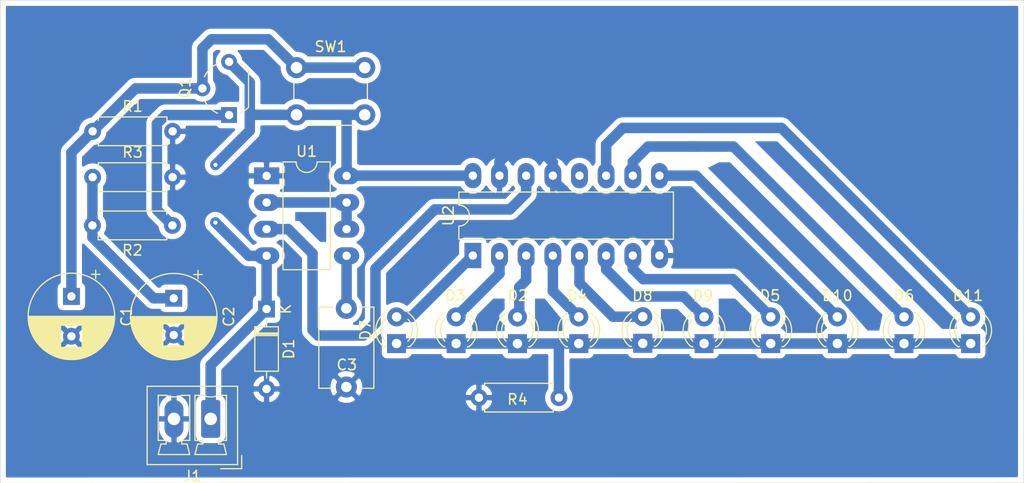
<source format=kicad_pcb>
(kicad_pcb (version 20171130) (host pcbnew 5.1.4-e60b266~84~ubuntu18.04.1)

  (general
    (thickness 1.6)
    (drawings 12)
    (tracks 110)
    (zones 0)
    (modules 23)
    (nets 21)
  )

  (page A4)
  (layers
    (0 F.Cu signal hide)
    (31 B.Cu signal hide)
    (32 B.Adhes user hide)
    (33 F.Adhes user hide)
    (34 B.Paste user hide)
    (35 F.Paste user hide)
    (36 B.SilkS user hide)
    (37 F.SilkS user hide)
    (38 B.Mask user)
    (39 F.Mask user hide)
    (40 Dwgs.User user hide)
    (41 Cmts.User user hide)
    (42 Eco1.User user hide)
    (43 Eco2.User user hide)
    (44 Edge.Cuts user)
    (45 Margin user hide)
    (46 B.CrtYd user hide)
    (47 F.CrtYd user)
    (48 B.Fab user hide)
    (49 F.Fab user)
  )

  (setup
    (last_trace_width 0.25)
    (user_trace_width 1)
    (trace_clearance 0.2)
    (zone_clearance 0.508)
    (zone_45_only no)
    (trace_min 0.2)
    (via_size 0.8)
    (via_drill 0.4)
    (via_min_size 0.4)
    (via_min_drill 0.3)
    (uvia_size 0.3)
    (uvia_drill 0.1)
    (uvias_allowed no)
    (uvia_min_size 0.2)
    (uvia_min_drill 0.1)
    (edge_width 0.05)
    (segment_width 0.2)
    (pcb_text_width 0.3)
    (pcb_text_size 1.5 1.5)
    (mod_edge_width 0.12)
    (mod_text_size 1 1)
    (mod_text_width 0.15)
    (pad_size 1.524 1.524)
    (pad_drill 0.762)
    (pad_to_mask_clearance 0.051)
    (solder_mask_min_width 0.25)
    (aux_axis_origin 0 0)
    (visible_elements FFFFFF7F)
    (pcbplotparams
      (layerselection 0x00000_fffffffe)
      (usegerberextensions false)
      (usegerberattributes false)
      (usegerberadvancedattributes false)
      (creategerberjobfile false)
      (excludeedgelayer true)
      (linewidth 0.100000)
      (plotframeref false)
      (viasonmask false)
      (mode 1)
      (useauxorigin false)
      (hpglpennumber 1)
      (hpglpenspeed 20)
      (hpglpendiameter 15.000000)
      (psnegative false)
      (psa4output false)
      (plotreference false)
      (plotvalue false)
      (plotinvisibletext false)
      (padsonsilk false)
      (subtractmaskfromsilk false)
      (outputformat 1)
      (mirror false)
      (drillshape 0)
      (scaleselection 1)
      (outputdirectory ""))
  )

  (net 0 "")
  (net 1 Earth)
  (net 2 "Net-(C1-Pad1)")
  (net 3 "Net-(C2-Pad1)")
  (net 4 "Net-(C3-Pad1)")
  (net 5 "Net-(D1-Pad1)")
  (net 6 "Net-(D2-Pad2)")
  (net 7 "Net-(D10-Pad1)")
  (net 8 "Net-(D3-Pad2)")
  (net 9 "Net-(D4-Pad2)")
  (net 10 "Net-(D5-Pad2)")
  (net 11 "Net-(D6-Pad2)")
  (net 12 "Net-(D7-Pad2)")
  (net 13 "Net-(D8-Pad2)")
  (net 14 "Net-(D9-Pad2)")
  (net 15 "Net-(D10-Pad2)")
  (net 16 "Net-(D11-Pad2)")
  (net 17 "Net-(Q1-Pad1)")
  (net 18 "Net-(U1-Pad2)")
  (net 19 "Net-(U1-Pad3)")
  (net 20 "Net-(U2-Pad12)")

  (net_class Default "Это класс цепей по умолчанию."
    (clearance 0.2)
    (trace_width 0.25)
    (via_dia 0.8)
    (via_drill 0.4)
    (uvia_dia 0.3)
    (uvia_drill 0.1)
    (add_net Earth)
    (add_net "Net-(C1-Pad1)")
    (add_net "Net-(C2-Pad1)")
    (add_net "Net-(C3-Pad1)")
    (add_net "Net-(D1-Pad1)")
    (add_net "Net-(D10-Pad1)")
    (add_net "Net-(D10-Pad2)")
    (add_net "Net-(D11-Pad2)")
    (add_net "Net-(D2-Pad2)")
    (add_net "Net-(D3-Pad2)")
    (add_net "Net-(D4-Pad2)")
    (add_net "Net-(D5-Pad2)")
    (add_net "Net-(D6-Pad2)")
    (add_net "Net-(D7-Pad2)")
    (add_net "Net-(D8-Pad2)")
    (add_net "Net-(D9-Pad2)")
    (add_net "Net-(Q1-Pad1)")
    (add_net "Net-(U1-Pad2)")
    (add_net "Net-(U1-Pad3)")
    (add_net "Net-(U2-Pad12)")
  )

  (module Button_Switch_THT:SW_PUSH_6mm (layer F.Cu) (tedit 5A02FE31) (tstamp 5D37E7FC)
    (at 28.225 -39.625)
    (descr https://www.omron.com/ecb/products/pdf/en-b3f.pdf)
    (tags "tact sw push 6mm")
    (path /5D3B5F50)
    (fp_text reference SW1 (at 3.25 -2) (layer F.SilkS)
      (effects (font (size 1 1) (thickness 0.15)))
    )
    (fp_text value SW_Push (at 3.75 6.7) (layer F.Fab) hide
      (effects (font (size 1 1) (thickness 0.15)))
    )
    (fp_circle (center 3.25 2.25) (end 1.25 2.5) (layer F.Fab) (width 0.1))
    (fp_line (start 6.75 3) (end 6.75 1.5) (layer F.SilkS) (width 0.12))
    (fp_line (start 5.5 -1) (end 1 -1) (layer F.SilkS) (width 0.12))
    (fp_line (start -0.25 1.5) (end -0.25 3) (layer F.SilkS) (width 0.12))
    (fp_line (start 1 5.5) (end 5.5 5.5) (layer F.SilkS) (width 0.12))
    (fp_line (start 8 -1.25) (end 8 5.75) (layer F.CrtYd) (width 0.05))
    (fp_line (start 7.75 6) (end -1.25 6) (layer F.CrtYd) (width 0.05))
    (fp_line (start -1.5 5.75) (end -1.5 -1.25) (layer F.CrtYd) (width 0.05))
    (fp_line (start -1.25 -1.5) (end 7.75 -1.5) (layer F.CrtYd) (width 0.05))
    (fp_line (start -1.5 6) (end -1.25 6) (layer F.CrtYd) (width 0.05))
    (fp_line (start -1.5 5.75) (end -1.5 6) (layer F.CrtYd) (width 0.05))
    (fp_line (start -1.5 -1.5) (end -1.25 -1.5) (layer F.CrtYd) (width 0.05))
    (fp_line (start -1.5 -1.25) (end -1.5 -1.5) (layer F.CrtYd) (width 0.05))
    (fp_line (start 8 -1.5) (end 8 -1.25) (layer F.CrtYd) (width 0.05))
    (fp_line (start 7.75 -1.5) (end 8 -1.5) (layer F.CrtYd) (width 0.05))
    (fp_line (start 8 6) (end 8 5.75) (layer F.CrtYd) (width 0.05))
    (fp_line (start 7.75 6) (end 8 6) (layer F.CrtYd) (width 0.05))
    (fp_line (start 0.25 -0.75) (end 3.25 -0.75) (layer F.Fab) (width 0.1))
    (fp_line (start 0.25 5.25) (end 0.25 -0.75) (layer F.Fab) (width 0.1))
    (fp_line (start 6.25 5.25) (end 0.25 5.25) (layer F.Fab) (width 0.1))
    (fp_line (start 6.25 -0.75) (end 6.25 5.25) (layer F.Fab) (width 0.1))
    (fp_line (start 3.25 -0.75) (end 6.25 -0.75) (layer F.Fab) (width 0.1))
    (fp_text user %R (at 3.25 2.25) (layer F.Fab)
      (effects (font (size 1 1) (thickness 0.15)))
    )
    (pad 1 thru_hole circle (at 6.5 0 90) (size 2 2) (drill 1.1) (layers *.Cu *.Mask)
      (net 2 "Net-(C1-Pad1)"))
    (pad 2 thru_hole circle (at 6.5 4.5 90) (size 2 2) (drill 1.1) (layers *.Cu *.Mask)
      (net 5 "Net-(D1-Pad1)"))
    (pad 1 thru_hole circle (at 0 0 90) (size 2 2) (drill 1.1) (layers *.Cu *.Mask)
      (net 2 "Net-(C1-Pad1)"))
    (pad 2 thru_hole circle (at 0 4.5 90) (size 2 2) (drill 1.1) (layers *.Cu *.Mask)
      (net 5 "Net-(D1-Pad1)"))
    (model ${KISYS3DMOD}/Button_Switch_THT.3dshapes/SW_PUSH_6mm.wrl
      (at (xyz 0 0 0))
      (scale (xyz 1 1 1))
      (rotate (xyz 0 0 0))
    )
  )

  (module Capacitor_THT:C_Disc_D7.5mm_W5.0mm_P7.50mm (layer F.Cu) (tedit 5AE50EF0) (tstamp 5D36CB10)
    (at 32.97388 -16.66636 270)
    (descr "C, Disc series, Radial, pin pitch=7.50mm, , diameter*width=7.5*5.0mm^2, Capacitor, http://www.vishay.com/docs/28535/vy2series.pdf")
    (tags "C Disc series Radial pin pitch 7.50mm  diameter 7.5mm width 5.0mm Capacitor")
    (path /5D377507)
    (fp_text reference C3 (at 5.39036 -0.04612 180) (layer F.SilkS)
      (effects (font (size 1 1) (thickness 0.15)))
    )
    (fp_text value 103 (at 3.86636 -0.04612 180) (layer F.Fab)
      (effects (font (size 1 1) (thickness 0.15)))
    )
    (fp_text user %R (at 3.75 0 90) (layer F.Fab) hide
      (effects (font (size 1 1) (thickness 0.15)))
    )
    (fp_line (start 8.75 -2.75) (end -1.25 -2.75) (layer F.CrtYd) (width 0.05))
    (fp_line (start 8.75 2.75) (end 8.75 -2.75) (layer F.CrtYd) (width 0.05))
    (fp_line (start -1.25 2.75) (end 8.75 2.75) (layer F.CrtYd) (width 0.05))
    (fp_line (start -1.25 -2.75) (end -1.25 2.75) (layer F.CrtYd) (width 0.05))
    (fp_line (start 7.62 1.256) (end 7.62 2.62) (layer F.SilkS) (width 0.12))
    (fp_line (start 7.62 -2.62) (end 7.62 -1.256) (layer F.SilkS) (width 0.12))
    (fp_line (start -0.12 1.256) (end -0.12 2.62) (layer F.SilkS) (width 0.12))
    (fp_line (start -0.12 -2.62) (end -0.12 -1.256) (layer F.SilkS) (width 0.12))
    (fp_line (start -0.12 2.62) (end 7.62 2.62) (layer F.SilkS) (width 0.12))
    (fp_line (start -0.12 -2.62) (end 7.62 -2.62) (layer F.SilkS) (width 0.12))
    (fp_line (start 7.5 -2.5) (end 0 -2.5) (layer F.Fab) (width 0.1))
    (fp_line (start 7.5 2.5) (end 7.5 -2.5) (layer F.Fab) (width 0.1))
    (fp_line (start 0 2.5) (end 7.5 2.5) (layer F.Fab) (width 0.1))
    (fp_line (start 0 -2.5) (end 0 2.5) (layer F.Fab) (width 0.1))
    (pad 2 thru_hole circle (at 7.5 0 270) (size 2 2) (drill 1) (layers *.Cu *.Mask)
      (net 1 Earth))
    (pad 1 thru_hole circle (at 0 0 270) (size 2 2) (drill 1) (layers *.Cu *.Mask)
      (net 4 "Net-(C3-Pad1)"))
    (model ${KISYS3DMOD}/Capacitor_THT.3dshapes/C_Disc_D7.5mm_W5.0mm_P7.50mm.wrl
      (at (xyz 0 0 0))
      (scale (xyz 1 1 1))
      (rotate (xyz 0 0 0))
    )
  )

  (module Capacitor_THT:CP_Radial_D8.0mm_P3.50mm (layer F.Cu) (tedit 5AE50EF0) (tstamp 5D36CAFB)
    (at 16.527 -17.626 270)
    (descr "CP, Radial series, Radial, pin pitch=3.50mm, , diameter=8mm, Electrolytic Capacitor")
    (tags "CP Radial series Radial pin pitch 3.50mm  diameter 8mm Electrolytic Capacitor")
    (path /5D36ABDD)
    (fp_text reference C2 (at 1.75 -5.25 90) (layer F.SilkS)
      (effects (font (size 1 1) (thickness 0.15)))
    )
    (fp_text value 47uF (at 6.876 -0.173 180) (layer F.Fab)
      (effects (font (size 1 1) (thickness 0.15)))
    )
    (fp_text user %R (at 1.75 0 90) (layer F.Fab)
      (effects (font (size 1 1) (thickness 0.15)))
    )
    (fp_line (start -2.259698 -2.715) (end -2.259698 -1.915) (layer F.SilkS) (width 0.12))
    (fp_line (start -2.659698 -2.315) (end -1.859698 -2.315) (layer F.SilkS) (width 0.12))
    (fp_line (start 5.831 -0.533) (end 5.831 0.533) (layer F.SilkS) (width 0.12))
    (fp_line (start 5.791 -0.768) (end 5.791 0.768) (layer F.SilkS) (width 0.12))
    (fp_line (start 5.751 -0.948) (end 5.751 0.948) (layer F.SilkS) (width 0.12))
    (fp_line (start 5.711 -1.098) (end 5.711 1.098) (layer F.SilkS) (width 0.12))
    (fp_line (start 5.671 -1.229) (end 5.671 1.229) (layer F.SilkS) (width 0.12))
    (fp_line (start 5.631 -1.346) (end 5.631 1.346) (layer F.SilkS) (width 0.12))
    (fp_line (start 5.591 -1.453) (end 5.591 1.453) (layer F.SilkS) (width 0.12))
    (fp_line (start 5.551 -1.552) (end 5.551 1.552) (layer F.SilkS) (width 0.12))
    (fp_line (start 5.511 -1.645) (end 5.511 1.645) (layer F.SilkS) (width 0.12))
    (fp_line (start 5.471 -1.731) (end 5.471 1.731) (layer F.SilkS) (width 0.12))
    (fp_line (start 5.431 -1.813) (end 5.431 1.813) (layer F.SilkS) (width 0.12))
    (fp_line (start 5.391 -1.89) (end 5.391 1.89) (layer F.SilkS) (width 0.12))
    (fp_line (start 5.351 -1.964) (end 5.351 1.964) (layer F.SilkS) (width 0.12))
    (fp_line (start 5.311 -2.034) (end 5.311 2.034) (layer F.SilkS) (width 0.12))
    (fp_line (start 5.271 -2.102) (end 5.271 2.102) (layer F.SilkS) (width 0.12))
    (fp_line (start 5.231 -2.166) (end 5.231 2.166) (layer F.SilkS) (width 0.12))
    (fp_line (start 5.191 -2.228) (end 5.191 2.228) (layer F.SilkS) (width 0.12))
    (fp_line (start 5.151 -2.287) (end 5.151 2.287) (layer F.SilkS) (width 0.12))
    (fp_line (start 5.111 -2.345) (end 5.111 2.345) (layer F.SilkS) (width 0.12))
    (fp_line (start 5.071 -2.4) (end 5.071 2.4) (layer F.SilkS) (width 0.12))
    (fp_line (start 5.031 -2.454) (end 5.031 2.454) (layer F.SilkS) (width 0.12))
    (fp_line (start 4.991 -2.505) (end 4.991 2.505) (layer F.SilkS) (width 0.12))
    (fp_line (start 4.951 -2.556) (end 4.951 2.556) (layer F.SilkS) (width 0.12))
    (fp_line (start 4.911 -2.604) (end 4.911 2.604) (layer F.SilkS) (width 0.12))
    (fp_line (start 4.871 -2.651) (end 4.871 2.651) (layer F.SilkS) (width 0.12))
    (fp_line (start 4.831 -2.697) (end 4.831 2.697) (layer F.SilkS) (width 0.12))
    (fp_line (start 4.791 -2.741) (end 4.791 2.741) (layer F.SilkS) (width 0.12))
    (fp_line (start 4.751 -2.784) (end 4.751 2.784) (layer F.SilkS) (width 0.12))
    (fp_line (start 4.711 -2.826) (end 4.711 2.826) (layer F.SilkS) (width 0.12))
    (fp_line (start 4.671 -2.867) (end 4.671 2.867) (layer F.SilkS) (width 0.12))
    (fp_line (start 4.631 -2.907) (end 4.631 2.907) (layer F.SilkS) (width 0.12))
    (fp_line (start 4.591 -2.945) (end 4.591 2.945) (layer F.SilkS) (width 0.12))
    (fp_line (start 4.551 -2.983) (end 4.551 2.983) (layer F.SilkS) (width 0.12))
    (fp_line (start 4.511 1.04) (end 4.511 3.019) (layer F.SilkS) (width 0.12))
    (fp_line (start 4.511 -3.019) (end 4.511 -1.04) (layer F.SilkS) (width 0.12))
    (fp_line (start 4.471 1.04) (end 4.471 3.055) (layer F.SilkS) (width 0.12))
    (fp_line (start 4.471 -3.055) (end 4.471 -1.04) (layer F.SilkS) (width 0.12))
    (fp_line (start 4.431 1.04) (end 4.431 3.09) (layer F.SilkS) (width 0.12))
    (fp_line (start 4.431 -3.09) (end 4.431 -1.04) (layer F.SilkS) (width 0.12))
    (fp_line (start 4.391 1.04) (end 4.391 3.124) (layer F.SilkS) (width 0.12))
    (fp_line (start 4.391 -3.124) (end 4.391 -1.04) (layer F.SilkS) (width 0.12))
    (fp_line (start 4.351 1.04) (end 4.351 3.156) (layer F.SilkS) (width 0.12))
    (fp_line (start 4.351 -3.156) (end 4.351 -1.04) (layer F.SilkS) (width 0.12))
    (fp_line (start 4.311 1.04) (end 4.311 3.189) (layer F.SilkS) (width 0.12))
    (fp_line (start 4.311 -3.189) (end 4.311 -1.04) (layer F.SilkS) (width 0.12))
    (fp_line (start 4.271 1.04) (end 4.271 3.22) (layer F.SilkS) (width 0.12))
    (fp_line (start 4.271 -3.22) (end 4.271 -1.04) (layer F.SilkS) (width 0.12))
    (fp_line (start 4.231 1.04) (end 4.231 3.25) (layer F.SilkS) (width 0.12))
    (fp_line (start 4.231 -3.25) (end 4.231 -1.04) (layer F.SilkS) (width 0.12))
    (fp_line (start 4.191 1.04) (end 4.191 3.28) (layer F.SilkS) (width 0.12))
    (fp_line (start 4.191 -3.28) (end 4.191 -1.04) (layer F.SilkS) (width 0.12))
    (fp_line (start 4.151 1.04) (end 4.151 3.309) (layer F.SilkS) (width 0.12))
    (fp_line (start 4.151 -3.309) (end 4.151 -1.04) (layer F.SilkS) (width 0.12))
    (fp_line (start 4.111 1.04) (end 4.111 3.338) (layer F.SilkS) (width 0.12))
    (fp_line (start 4.111 -3.338) (end 4.111 -1.04) (layer F.SilkS) (width 0.12))
    (fp_line (start 4.071 1.04) (end 4.071 3.365) (layer F.SilkS) (width 0.12))
    (fp_line (start 4.071 -3.365) (end 4.071 -1.04) (layer F.SilkS) (width 0.12))
    (fp_line (start 4.031 1.04) (end 4.031 3.392) (layer F.SilkS) (width 0.12))
    (fp_line (start 4.031 -3.392) (end 4.031 -1.04) (layer F.SilkS) (width 0.12))
    (fp_line (start 3.991 1.04) (end 3.991 3.418) (layer F.SilkS) (width 0.12))
    (fp_line (start 3.991 -3.418) (end 3.991 -1.04) (layer F.SilkS) (width 0.12))
    (fp_line (start 3.951 1.04) (end 3.951 3.444) (layer F.SilkS) (width 0.12))
    (fp_line (start 3.951 -3.444) (end 3.951 -1.04) (layer F.SilkS) (width 0.12))
    (fp_line (start 3.911 1.04) (end 3.911 3.469) (layer F.SilkS) (width 0.12))
    (fp_line (start 3.911 -3.469) (end 3.911 -1.04) (layer F.SilkS) (width 0.12))
    (fp_line (start 3.871 1.04) (end 3.871 3.493) (layer F.SilkS) (width 0.12))
    (fp_line (start 3.871 -3.493) (end 3.871 -1.04) (layer F.SilkS) (width 0.12))
    (fp_line (start 3.831 1.04) (end 3.831 3.517) (layer F.SilkS) (width 0.12))
    (fp_line (start 3.831 -3.517) (end 3.831 -1.04) (layer F.SilkS) (width 0.12))
    (fp_line (start 3.791 1.04) (end 3.791 3.54) (layer F.SilkS) (width 0.12))
    (fp_line (start 3.791 -3.54) (end 3.791 -1.04) (layer F.SilkS) (width 0.12))
    (fp_line (start 3.751 1.04) (end 3.751 3.562) (layer F.SilkS) (width 0.12))
    (fp_line (start 3.751 -3.562) (end 3.751 -1.04) (layer F.SilkS) (width 0.12))
    (fp_line (start 3.711 1.04) (end 3.711 3.584) (layer F.SilkS) (width 0.12))
    (fp_line (start 3.711 -3.584) (end 3.711 -1.04) (layer F.SilkS) (width 0.12))
    (fp_line (start 3.671 1.04) (end 3.671 3.606) (layer F.SilkS) (width 0.12))
    (fp_line (start 3.671 -3.606) (end 3.671 -1.04) (layer F.SilkS) (width 0.12))
    (fp_line (start 3.631 1.04) (end 3.631 3.627) (layer F.SilkS) (width 0.12))
    (fp_line (start 3.631 -3.627) (end 3.631 -1.04) (layer F.SilkS) (width 0.12))
    (fp_line (start 3.591 1.04) (end 3.591 3.647) (layer F.SilkS) (width 0.12))
    (fp_line (start 3.591 -3.647) (end 3.591 -1.04) (layer F.SilkS) (width 0.12))
    (fp_line (start 3.551 1.04) (end 3.551 3.666) (layer F.SilkS) (width 0.12))
    (fp_line (start 3.551 -3.666) (end 3.551 -1.04) (layer F.SilkS) (width 0.12))
    (fp_line (start 3.511 1.04) (end 3.511 3.686) (layer F.SilkS) (width 0.12))
    (fp_line (start 3.511 -3.686) (end 3.511 -1.04) (layer F.SilkS) (width 0.12))
    (fp_line (start 3.471 1.04) (end 3.471 3.704) (layer F.SilkS) (width 0.12))
    (fp_line (start 3.471 -3.704) (end 3.471 -1.04) (layer F.SilkS) (width 0.12))
    (fp_line (start 3.431 1.04) (end 3.431 3.722) (layer F.SilkS) (width 0.12))
    (fp_line (start 3.431 -3.722) (end 3.431 -1.04) (layer F.SilkS) (width 0.12))
    (fp_line (start 3.391 1.04) (end 3.391 3.74) (layer F.SilkS) (width 0.12))
    (fp_line (start 3.391 -3.74) (end 3.391 -1.04) (layer F.SilkS) (width 0.12))
    (fp_line (start 3.351 1.04) (end 3.351 3.757) (layer F.SilkS) (width 0.12))
    (fp_line (start 3.351 -3.757) (end 3.351 -1.04) (layer F.SilkS) (width 0.12))
    (fp_line (start 3.311 1.04) (end 3.311 3.774) (layer F.SilkS) (width 0.12))
    (fp_line (start 3.311 -3.774) (end 3.311 -1.04) (layer F.SilkS) (width 0.12))
    (fp_line (start 3.271 1.04) (end 3.271 3.79) (layer F.SilkS) (width 0.12))
    (fp_line (start 3.271 -3.79) (end 3.271 -1.04) (layer F.SilkS) (width 0.12))
    (fp_line (start 3.231 1.04) (end 3.231 3.805) (layer F.SilkS) (width 0.12))
    (fp_line (start 3.231 -3.805) (end 3.231 -1.04) (layer F.SilkS) (width 0.12))
    (fp_line (start 3.191 1.04) (end 3.191 3.821) (layer F.SilkS) (width 0.12))
    (fp_line (start 3.191 -3.821) (end 3.191 -1.04) (layer F.SilkS) (width 0.12))
    (fp_line (start 3.151 1.04) (end 3.151 3.835) (layer F.SilkS) (width 0.12))
    (fp_line (start 3.151 -3.835) (end 3.151 -1.04) (layer F.SilkS) (width 0.12))
    (fp_line (start 3.111 1.04) (end 3.111 3.85) (layer F.SilkS) (width 0.12))
    (fp_line (start 3.111 -3.85) (end 3.111 -1.04) (layer F.SilkS) (width 0.12))
    (fp_line (start 3.071 1.04) (end 3.071 3.863) (layer F.SilkS) (width 0.12))
    (fp_line (start 3.071 -3.863) (end 3.071 -1.04) (layer F.SilkS) (width 0.12))
    (fp_line (start 3.031 1.04) (end 3.031 3.877) (layer F.SilkS) (width 0.12))
    (fp_line (start 3.031 -3.877) (end 3.031 -1.04) (layer F.SilkS) (width 0.12))
    (fp_line (start 2.991 1.04) (end 2.991 3.889) (layer F.SilkS) (width 0.12))
    (fp_line (start 2.991 -3.889) (end 2.991 -1.04) (layer F.SilkS) (width 0.12))
    (fp_line (start 2.951 1.04) (end 2.951 3.902) (layer F.SilkS) (width 0.12))
    (fp_line (start 2.951 -3.902) (end 2.951 -1.04) (layer F.SilkS) (width 0.12))
    (fp_line (start 2.911 1.04) (end 2.911 3.914) (layer F.SilkS) (width 0.12))
    (fp_line (start 2.911 -3.914) (end 2.911 -1.04) (layer F.SilkS) (width 0.12))
    (fp_line (start 2.871 1.04) (end 2.871 3.925) (layer F.SilkS) (width 0.12))
    (fp_line (start 2.871 -3.925) (end 2.871 -1.04) (layer F.SilkS) (width 0.12))
    (fp_line (start 2.831 1.04) (end 2.831 3.936) (layer F.SilkS) (width 0.12))
    (fp_line (start 2.831 -3.936) (end 2.831 -1.04) (layer F.SilkS) (width 0.12))
    (fp_line (start 2.791 1.04) (end 2.791 3.947) (layer F.SilkS) (width 0.12))
    (fp_line (start 2.791 -3.947) (end 2.791 -1.04) (layer F.SilkS) (width 0.12))
    (fp_line (start 2.751 1.04) (end 2.751 3.957) (layer F.SilkS) (width 0.12))
    (fp_line (start 2.751 -3.957) (end 2.751 -1.04) (layer F.SilkS) (width 0.12))
    (fp_line (start 2.711 1.04) (end 2.711 3.967) (layer F.SilkS) (width 0.12))
    (fp_line (start 2.711 -3.967) (end 2.711 -1.04) (layer F.SilkS) (width 0.12))
    (fp_line (start 2.671 1.04) (end 2.671 3.976) (layer F.SilkS) (width 0.12))
    (fp_line (start 2.671 -3.976) (end 2.671 -1.04) (layer F.SilkS) (width 0.12))
    (fp_line (start 2.631 1.04) (end 2.631 3.985) (layer F.SilkS) (width 0.12))
    (fp_line (start 2.631 -3.985) (end 2.631 -1.04) (layer F.SilkS) (width 0.12))
    (fp_line (start 2.591 1.04) (end 2.591 3.994) (layer F.SilkS) (width 0.12))
    (fp_line (start 2.591 -3.994) (end 2.591 -1.04) (layer F.SilkS) (width 0.12))
    (fp_line (start 2.551 1.04) (end 2.551 4.002) (layer F.SilkS) (width 0.12))
    (fp_line (start 2.551 -4.002) (end 2.551 -1.04) (layer F.SilkS) (width 0.12))
    (fp_line (start 2.511 1.04) (end 2.511 4.01) (layer F.SilkS) (width 0.12))
    (fp_line (start 2.511 -4.01) (end 2.511 -1.04) (layer F.SilkS) (width 0.12))
    (fp_line (start 2.471 1.04) (end 2.471 4.017) (layer F.SilkS) (width 0.12))
    (fp_line (start 2.471 -4.017) (end 2.471 -1.04) (layer F.SilkS) (width 0.12))
    (fp_line (start 2.43 -4.024) (end 2.43 4.024) (layer F.SilkS) (width 0.12))
    (fp_line (start 2.39 -4.03) (end 2.39 4.03) (layer F.SilkS) (width 0.12))
    (fp_line (start 2.35 -4.037) (end 2.35 4.037) (layer F.SilkS) (width 0.12))
    (fp_line (start 2.31 -4.042) (end 2.31 4.042) (layer F.SilkS) (width 0.12))
    (fp_line (start 2.27 -4.048) (end 2.27 4.048) (layer F.SilkS) (width 0.12))
    (fp_line (start 2.23 -4.052) (end 2.23 4.052) (layer F.SilkS) (width 0.12))
    (fp_line (start 2.19 -4.057) (end 2.19 4.057) (layer F.SilkS) (width 0.12))
    (fp_line (start 2.15 -4.061) (end 2.15 4.061) (layer F.SilkS) (width 0.12))
    (fp_line (start 2.11 -4.065) (end 2.11 4.065) (layer F.SilkS) (width 0.12))
    (fp_line (start 2.07 -4.068) (end 2.07 4.068) (layer F.SilkS) (width 0.12))
    (fp_line (start 2.03 -4.071) (end 2.03 4.071) (layer F.SilkS) (width 0.12))
    (fp_line (start 1.99 -4.074) (end 1.99 4.074) (layer F.SilkS) (width 0.12))
    (fp_line (start 1.95 -4.076) (end 1.95 4.076) (layer F.SilkS) (width 0.12))
    (fp_line (start 1.91 -4.077) (end 1.91 4.077) (layer F.SilkS) (width 0.12))
    (fp_line (start 1.87 -4.079) (end 1.87 4.079) (layer F.SilkS) (width 0.12))
    (fp_line (start 1.83 -4.08) (end 1.83 4.08) (layer F.SilkS) (width 0.12))
    (fp_line (start 1.79 -4.08) (end 1.79 4.08) (layer F.SilkS) (width 0.12))
    (fp_line (start 1.75 -4.08) (end 1.75 4.08) (layer F.SilkS) (width 0.12))
    (fp_line (start -1.276759 -2.1475) (end -1.276759 -1.3475) (layer F.Fab) (width 0.1))
    (fp_line (start -1.676759 -1.7475) (end -0.876759 -1.7475) (layer F.Fab) (width 0.1))
    (fp_circle (center 1.75 0) (end 6 0) (layer F.CrtYd) (width 0.05))
    (fp_circle (center 1.75 0) (end 5.87 0) (layer F.SilkS) (width 0.12))
    (fp_circle (center 1.75 0) (end 5.75 0) (layer F.Fab) (width 0.1))
    (pad 2 thru_hole circle (at 3.5 0 270) (size 1.6 1.6) (drill 0.8) (layers *.Cu *.Mask)
      (net 1 Earth))
    (pad 1 thru_hole rect (at 0 0 270) (size 1.6 1.6) (drill 0.8) (layers *.Cu *.Mask)
      (net 3 "Net-(C2-Pad1)"))
    (model ${KISYS3DMOD}/Capacitor_THT.3dshapes/CP_Radial_D8.0mm_P3.50mm.wrl
      (at (xyz 0 0 0))
      (scale (xyz 1 1 1))
      (rotate (xyz 0 0 0))
    )
  )

  (module Capacitor_THT:CP_Radial_D8.0mm_P3.80mm (layer F.Cu) (tedit 5AE50EF0) (tstamp 5D36CA52)
    (at 6.777 -17.801 270)
    (descr "CP, Radial series, Radial, pin pitch=3.80mm, , diameter=8mm, Electrolytic Capacitor")
    (tags "CP Radial series Radial pin pitch 3.80mm  diameter 8mm Electrolytic Capacitor")
    (path /5D3649C1)
    (fp_text reference C1 (at 1.9 -5.25 90) (layer F.SilkS)
      (effects (font (size 1 1) (thickness 0.15)))
    )
    (fp_text value 100uF (at 7.051 -0.173 180) (layer F.Fab)
      (effects (font (size 1 1) (thickness 0.15)))
    )
    (fp_text user %R (at 1.9 0 90) (layer F.Fab)
      (effects (font (size 1 1) (thickness 0.15)))
    )
    (fp_line (start -2.109698 -2.715) (end -2.109698 -1.915) (layer F.SilkS) (width 0.12))
    (fp_line (start -2.509698 -2.315) (end -1.709698 -2.315) (layer F.SilkS) (width 0.12))
    (fp_line (start 5.981 -0.533) (end 5.981 0.533) (layer F.SilkS) (width 0.12))
    (fp_line (start 5.941 -0.768) (end 5.941 0.768) (layer F.SilkS) (width 0.12))
    (fp_line (start 5.901 -0.948) (end 5.901 0.948) (layer F.SilkS) (width 0.12))
    (fp_line (start 5.861 -1.098) (end 5.861 1.098) (layer F.SilkS) (width 0.12))
    (fp_line (start 5.821 -1.229) (end 5.821 1.229) (layer F.SilkS) (width 0.12))
    (fp_line (start 5.781 -1.346) (end 5.781 1.346) (layer F.SilkS) (width 0.12))
    (fp_line (start 5.741 -1.453) (end 5.741 1.453) (layer F.SilkS) (width 0.12))
    (fp_line (start 5.701 -1.552) (end 5.701 1.552) (layer F.SilkS) (width 0.12))
    (fp_line (start 5.661 -1.645) (end 5.661 1.645) (layer F.SilkS) (width 0.12))
    (fp_line (start 5.621 -1.731) (end 5.621 1.731) (layer F.SilkS) (width 0.12))
    (fp_line (start 5.581 -1.813) (end 5.581 1.813) (layer F.SilkS) (width 0.12))
    (fp_line (start 5.541 -1.89) (end 5.541 1.89) (layer F.SilkS) (width 0.12))
    (fp_line (start 5.501 -1.964) (end 5.501 1.964) (layer F.SilkS) (width 0.12))
    (fp_line (start 5.461 -2.034) (end 5.461 2.034) (layer F.SilkS) (width 0.12))
    (fp_line (start 5.421 -2.102) (end 5.421 2.102) (layer F.SilkS) (width 0.12))
    (fp_line (start 5.381 -2.166) (end 5.381 2.166) (layer F.SilkS) (width 0.12))
    (fp_line (start 5.341 -2.228) (end 5.341 2.228) (layer F.SilkS) (width 0.12))
    (fp_line (start 5.301 -2.287) (end 5.301 2.287) (layer F.SilkS) (width 0.12))
    (fp_line (start 5.261 -2.345) (end 5.261 2.345) (layer F.SilkS) (width 0.12))
    (fp_line (start 5.221 -2.4) (end 5.221 2.4) (layer F.SilkS) (width 0.12))
    (fp_line (start 5.181 -2.454) (end 5.181 2.454) (layer F.SilkS) (width 0.12))
    (fp_line (start 5.141 -2.505) (end 5.141 2.505) (layer F.SilkS) (width 0.12))
    (fp_line (start 5.101 -2.556) (end 5.101 2.556) (layer F.SilkS) (width 0.12))
    (fp_line (start 5.061 -2.604) (end 5.061 2.604) (layer F.SilkS) (width 0.12))
    (fp_line (start 5.021 -2.651) (end 5.021 2.651) (layer F.SilkS) (width 0.12))
    (fp_line (start 4.981 -2.697) (end 4.981 2.697) (layer F.SilkS) (width 0.12))
    (fp_line (start 4.941 -2.741) (end 4.941 2.741) (layer F.SilkS) (width 0.12))
    (fp_line (start 4.901 -2.784) (end 4.901 2.784) (layer F.SilkS) (width 0.12))
    (fp_line (start 4.861 -2.826) (end 4.861 2.826) (layer F.SilkS) (width 0.12))
    (fp_line (start 4.821 1.04) (end 4.821 2.867) (layer F.SilkS) (width 0.12))
    (fp_line (start 4.821 -2.867) (end 4.821 -1.04) (layer F.SilkS) (width 0.12))
    (fp_line (start 4.781 1.04) (end 4.781 2.907) (layer F.SilkS) (width 0.12))
    (fp_line (start 4.781 -2.907) (end 4.781 -1.04) (layer F.SilkS) (width 0.12))
    (fp_line (start 4.741 1.04) (end 4.741 2.945) (layer F.SilkS) (width 0.12))
    (fp_line (start 4.741 -2.945) (end 4.741 -1.04) (layer F.SilkS) (width 0.12))
    (fp_line (start 4.701 1.04) (end 4.701 2.983) (layer F.SilkS) (width 0.12))
    (fp_line (start 4.701 -2.983) (end 4.701 -1.04) (layer F.SilkS) (width 0.12))
    (fp_line (start 4.661 1.04) (end 4.661 3.019) (layer F.SilkS) (width 0.12))
    (fp_line (start 4.661 -3.019) (end 4.661 -1.04) (layer F.SilkS) (width 0.12))
    (fp_line (start 4.621 1.04) (end 4.621 3.055) (layer F.SilkS) (width 0.12))
    (fp_line (start 4.621 -3.055) (end 4.621 -1.04) (layer F.SilkS) (width 0.12))
    (fp_line (start 4.581 1.04) (end 4.581 3.09) (layer F.SilkS) (width 0.12))
    (fp_line (start 4.581 -3.09) (end 4.581 -1.04) (layer F.SilkS) (width 0.12))
    (fp_line (start 4.541 1.04) (end 4.541 3.124) (layer F.SilkS) (width 0.12))
    (fp_line (start 4.541 -3.124) (end 4.541 -1.04) (layer F.SilkS) (width 0.12))
    (fp_line (start 4.501 1.04) (end 4.501 3.156) (layer F.SilkS) (width 0.12))
    (fp_line (start 4.501 -3.156) (end 4.501 -1.04) (layer F.SilkS) (width 0.12))
    (fp_line (start 4.461 1.04) (end 4.461 3.189) (layer F.SilkS) (width 0.12))
    (fp_line (start 4.461 -3.189) (end 4.461 -1.04) (layer F.SilkS) (width 0.12))
    (fp_line (start 4.421 1.04) (end 4.421 3.22) (layer F.SilkS) (width 0.12))
    (fp_line (start 4.421 -3.22) (end 4.421 -1.04) (layer F.SilkS) (width 0.12))
    (fp_line (start 4.381 1.04) (end 4.381 3.25) (layer F.SilkS) (width 0.12))
    (fp_line (start 4.381 -3.25) (end 4.381 -1.04) (layer F.SilkS) (width 0.12))
    (fp_line (start 4.341 1.04) (end 4.341 3.28) (layer F.SilkS) (width 0.12))
    (fp_line (start 4.341 -3.28) (end 4.341 -1.04) (layer F.SilkS) (width 0.12))
    (fp_line (start 4.301 1.04) (end 4.301 3.309) (layer F.SilkS) (width 0.12))
    (fp_line (start 4.301 -3.309) (end 4.301 -1.04) (layer F.SilkS) (width 0.12))
    (fp_line (start 4.261 1.04) (end 4.261 3.338) (layer F.SilkS) (width 0.12))
    (fp_line (start 4.261 -3.338) (end 4.261 -1.04) (layer F.SilkS) (width 0.12))
    (fp_line (start 4.221 1.04) (end 4.221 3.365) (layer F.SilkS) (width 0.12))
    (fp_line (start 4.221 -3.365) (end 4.221 -1.04) (layer F.SilkS) (width 0.12))
    (fp_line (start 4.181 1.04) (end 4.181 3.392) (layer F.SilkS) (width 0.12))
    (fp_line (start 4.181 -3.392) (end 4.181 -1.04) (layer F.SilkS) (width 0.12))
    (fp_line (start 4.141 1.04) (end 4.141 3.418) (layer F.SilkS) (width 0.12))
    (fp_line (start 4.141 -3.418) (end 4.141 -1.04) (layer F.SilkS) (width 0.12))
    (fp_line (start 4.101 1.04) (end 4.101 3.444) (layer F.SilkS) (width 0.12))
    (fp_line (start 4.101 -3.444) (end 4.101 -1.04) (layer F.SilkS) (width 0.12))
    (fp_line (start 4.061 1.04) (end 4.061 3.469) (layer F.SilkS) (width 0.12))
    (fp_line (start 4.061 -3.469) (end 4.061 -1.04) (layer F.SilkS) (width 0.12))
    (fp_line (start 4.021 1.04) (end 4.021 3.493) (layer F.SilkS) (width 0.12))
    (fp_line (start 4.021 -3.493) (end 4.021 -1.04) (layer F.SilkS) (width 0.12))
    (fp_line (start 3.981 1.04) (end 3.981 3.517) (layer F.SilkS) (width 0.12))
    (fp_line (start 3.981 -3.517) (end 3.981 -1.04) (layer F.SilkS) (width 0.12))
    (fp_line (start 3.941 1.04) (end 3.941 3.54) (layer F.SilkS) (width 0.12))
    (fp_line (start 3.941 -3.54) (end 3.941 -1.04) (layer F.SilkS) (width 0.12))
    (fp_line (start 3.901 1.04) (end 3.901 3.562) (layer F.SilkS) (width 0.12))
    (fp_line (start 3.901 -3.562) (end 3.901 -1.04) (layer F.SilkS) (width 0.12))
    (fp_line (start 3.861 1.04) (end 3.861 3.584) (layer F.SilkS) (width 0.12))
    (fp_line (start 3.861 -3.584) (end 3.861 -1.04) (layer F.SilkS) (width 0.12))
    (fp_line (start 3.821 1.04) (end 3.821 3.606) (layer F.SilkS) (width 0.12))
    (fp_line (start 3.821 -3.606) (end 3.821 -1.04) (layer F.SilkS) (width 0.12))
    (fp_line (start 3.781 1.04) (end 3.781 3.627) (layer F.SilkS) (width 0.12))
    (fp_line (start 3.781 -3.627) (end 3.781 -1.04) (layer F.SilkS) (width 0.12))
    (fp_line (start 3.741 1.04) (end 3.741 3.647) (layer F.SilkS) (width 0.12))
    (fp_line (start 3.741 -3.647) (end 3.741 -1.04) (layer F.SilkS) (width 0.12))
    (fp_line (start 3.701 1.04) (end 3.701 3.666) (layer F.SilkS) (width 0.12))
    (fp_line (start 3.701 -3.666) (end 3.701 -1.04) (layer F.SilkS) (width 0.12))
    (fp_line (start 3.661 1.04) (end 3.661 3.686) (layer F.SilkS) (width 0.12))
    (fp_line (start 3.661 -3.686) (end 3.661 -1.04) (layer F.SilkS) (width 0.12))
    (fp_line (start 3.621 1.04) (end 3.621 3.704) (layer F.SilkS) (width 0.12))
    (fp_line (start 3.621 -3.704) (end 3.621 -1.04) (layer F.SilkS) (width 0.12))
    (fp_line (start 3.581 1.04) (end 3.581 3.722) (layer F.SilkS) (width 0.12))
    (fp_line (start 3.581 -3.722) (end 3.581 -1.04) (layer F.SilkS) (width 0.12))
    (fp_line (start 3.541 1.04) (end 3.541 3.74) (layer F.SilkS) (width 0.12))
    (fp_line (start 3.541 -3.74) (end 3.541 -1.04) (layer F.SilkS) (width 0.12))
    (fp_line (start 3.501 1.04) (end 3.501 3.757) (layer F.SilkS) (width 0.12))
    (fp_line (start 3.501 -3.757) (end 3.501 -1.04) (layer F.SilkS) (width 0.12))
    (fp_line (start 3.461 1.04) (end 3.461 3.774) (layer F.SilkS) (width 0.12))
    (fp_line (start 3.461 -3.774) (end 3.461 -1.04) (layer F.SilkS) (width 0.12))
    (fp_line (start 3.421 1.04) (end 3.421 3.79) (layer F.SilkS) (width 0.12))
    (fp_line (start 3.421 -3.79) (end 3.421 -1.04) (layer F.SilkS) (width 0.12))
    (fp_line (start 3.381 1.04) (end 3.381 3.805) (layer F.SilkS) (width 0.12))
    (fp_line (start 3.381 -3.805) (end 3.381 -1.04) (layer F.SilkS) (width 0.12))
    (fp_line (start 3.341 1.04) (end 3.341 3.821) (layer F.SilkS) (width 0.12))
    (fp_line (start 3.341 -3.821) (end 3.341 -1.04) (layer F.SilkS) (width 0.12))
    (fp_line (start 3.301 1.04) (end 3.301 3.835) (layer F.SilkS) (width 0.12))
    (fp_line (start 3.301 -3.835) (end 3.301 -1.04) (layer F.SilkS) (width 0.12))
    (fp_line (start 3.261 1.04) (end 3.261 3.85) (layer F.SilkS) (width 0.12))
    (fp_line (start 3.261 -3.85) (end 3.261 -1.04) (layer F.SilkS) (width 0.12))
    (fp_line (start 3.221 1.04) (end 3.221 3.863) (layer F.SilkS) (width 0.12))
    (fp_line (start 3.221 -3.863) (end 3.221 -1.04) (layer F.SilkS) (width 0.12))
    (fp_line (start 3.181 1.04) (end 3.181 3.877) (layer F.SilkS) (width 0.12))
    (fp_line (start 3.181 -3.877) (end 3.181 -1.04) (layer F.SilkS) (width 0.12))
    (fp_line (start 3.141 1.04) (end 3.141 3.889) (layer F.SilkS) (width 0.12))
    (fp_line (start 3.141 -3.889) (end 3.141 -1.04) (layer F.SilkS) (width 0.12))
    (fp_line (start 3.101 1.04) (end 3.101 3.902) (layer F.SilkS) (width 0.12))
    (fp_line (start 3.101 -3.902) (end 3.101 -1.04) (layer F.SilkS) (width 0.12))
    (fp_line (start 3.061 1.04) (end 3.061 3.914) (layer F.SilkS) (width 0.12))
    (fp_line (start 3.061 -3.914) (end 3.061 -1.04) (layer F.SilkS) (width 0.12))
    (fp_line (start 3.021 1.04) (end 3.021 3.925) (layer F.SilkS) (width 0.12))
    (fp_line (start 3.021 -3.925) (end 3.021 -1.04) (layer F.SilkS) (width 0.12))
    (fp_line (start 2.981 1.04) (end 2.981 3.936) (layer F.SilkS) (width 0.12))
    (fp_line (start 2.981 -3.936) (end 2.981 -1.04) (layer F.SilkS) (width 0.12))
    (fp_line (start 2.941 1.04) (end 2.941 3.947) (layer F.SilkS) (width 0.12))
    (fp_line (start 2.941 -3.947) (end 2.941 -1.04) (layer F.SilkS) (width 0.12))
    (fp_line (start 2.901 1.04) (end 2.901 3.957) (layer F.SilkS) (width 0.12))
    (fp_line (start 2.901 -3.957) (end 2.901 -1.04) (layer F.SilkS) (width 0.12))
    (fp_line (start 2.861 1.04) (end 2.861 3.967) (layer F.SilkS) (width 0.12))
    (fp_line (start 2.861 -3.967) (end 2.861 -1.04) (layer F.SilkS) (width 0.12))
    (fp_line (start 2.821 1.04) (end 2.821 3.976) (layer F.SilkS) (width 0.12))
    (fp_line (start 2.821 -3.976) (end 2.821 -1.04) (layer F.SilkS) (width 0.12))
    (fp_line (start 2.781 1.04) (end 2.781 3.985) (layer F.SilkS) (width 0.12))
    (fp_line (start 2.781 -3.985) (end 2.781 -1.04) (layer F.SilkS) (width 0.12))
    (fp_line (start 2.741 -3.994) (end 2.741 3.994) (layer F.SilkS) (width 0.12))
    (fp_line (start 2.701 -4.002) (end 2.701 4.002) (layer F.SilkS) (width 0.12))
    (fp_line (start 2.661 -4.01) (end 2.661 4.01) (layer F.SilkS) (width 0.12))
    (fp_line (start 2.621 -4.017) (end 2.621 4.017) (layer F.SilkS) (width 0.12))
    (fp_line (start 2.58 -4.024) (end 2.58 4.024) (layer F.SilkS) (width 0.12))
    (fp_line (start 2.54 -4.03) (end 2.54 4.03) (layer F.SilkS) (width 0.12))
    (fp_line (start 2.5 -4.037) (end 2.5 4.037) (layer F.SilkS) (width 0.12))
    (fp_line (start 2.46 -4.042) (end 2.46 4.042) (layer F.SilkS) (width 0.12))
    (fp_line (start 2.42 -4.048) (end 2.42 4.048) (layer F.SilkS) (width 0.12))
    (fp_line (start 2.38 -4.052) (end 2.38 4.052) (layer F.SilkS) (width 0.12))
    (fp_line (start 2.34 -4.057) (end 2.34 4.057) (layer F.SilkS) (width 0.12))
    (fp_line (start 2.3 -4.061) (end 2.3 4.061) (layer F.SilkS) (width 0.12))
    (fp_line (start 2.26 -4.065) (end 2.26 4.065) (layer F.SilkS) (width 0.12))
    (fp_line (start 2.22 -4.068) (end 2.22 4.068) (layer F.SilkS) (width 0.12))
    (fp_line (start 2.18 -4.071) (end 2.18 4.071) (layer F.SilkS) (width 0.12))
    (fp_line (start 2.14 -4.074) (end 2.14 4.074) (layer F.SilkS) (width 0.12))
    (fp_line (start 2.1 -4.076) (end 2.1 4.076) (layer F.SilkS) (width 0.12))
    (fp_line (start 2.06 -4.077) (end 2.06 4.077) (layer F.SilkS) (width 0.12))
    (fp_line (start 2.02 -4.079) (end 2.02 4.079) (layer F.SilkS) (width 0.12))
    (fp_line (start 1.98 -4.08) (end 1.98 4.08) (layer F.SilkS) (width 0.12))
    (fp_line (start 1.94 -4.08) (end 1.94 4.08) (layer F.SilkS) (width 0.12))
    (fp_line (start 1.9 -4.08) (end 1.9 4.08) (layer F.SilkS) (width 0.12))
    (fp_line (start -1.126759 -2.1475) (end -1.126759 -1.3475) (layer F.Fab) (width 0.1))
    (fp_line (start -1.526759 -1.7475) (end -0.726759 -1.7475) (layer F.Fab) (width 0.1))
    (fp_circle (center 1.9 0) (end 6.15 0) (layer F.CrtYd) (width 0.05))
    (fp_circle (center 1.9 0) (end 6.02 0) (layer F.SilkS) (width 0.12))
    (fp_circle (center 1.9 0) (end 5.9 0) (layer F.Fab) (width 0.1))
    (pad 2 thru_hole circle (at 3.8 0 270) (size 1.6 1.6) (drill 0.8) (layers *.Cu *.Mask)
      (net 1 Earth))
    (pad 1 thru_hole rect (at 0 0 270) (size 1.6 1.6) (drill 0.8) (layers *.Cu *.Mask)
      (net 2 "Net-(C1-Pad1)"))
    (model ${KISYS3DMOD}/Capacitor_THT.3dshapes/CP_Radial_D8.0mm_P3.80mm.wrl
      (at (xyz 0 0 0))
      (scale (xyz 1 1 1))
      (rotate (xyz 0 0 0))
    )
  )

  (module Package_TO_SOT_THT:TO-92_Wide (layer F.Cu) (tedit 5A2795B7) (tstamp 5D36CC32)
    (at 21.802 -35.101 90)
    (descr "TO-92 leads molded, wide, drill 0.75mm (see NXP sot054_po.pdf)")
    (tags "to-92 sc-43 sc-43a sot54 PA33 transistor")
    (path /5D3626A8)
    (fp_text reference Q1 (at 2.55 -4.19 90) (layer F.SilkS)
      (effects (font (size 1 1) (thickness 0.15)))
    )
    (fp_text value PN2222A (at 7.099 -0.602 180) (layer F.Fab)
      (effects (font (size 1 1) (thickness 0.15)))
    )
    (fp_arc (start 2.54 0) (end 4.34 1.85) (angle -20) (layer F.SilkS) (width 0.12))
    (fp_arc (start 2.54 0) (end 2.54 -2.48) (angle -135) (layer F.Fab) (width 0.1))
    (fp_arc (start 2.54 0) (end 2.54 -2.48) (angle 135) (layer F.Fab) (width 0.1))
    (fp_arc (start 2.54 0) (end 3.65 -2.35) (angle 39.71668247) (layer F.SilkS) (width 0.12))
    (fp_arc (start 2.54 0) (end 1.4 -2.35) (angle -39.12170074) (layer F.SilkS) (width 0.12))
    (fp_arc (start 2.54 0) (end 0.74 1.85) (angle 20) (layer F.SilkS) (width 0.12))
    (fp_line (start 6.09 2.01) (end -1.01 2.01) (layer F.CrtYd) (width 0.05))
    (fp_line (start 6.09 2.01) (end 6.09 -3.55) (layer F.CrtYd) (width 0.05))
    (fp_line (start -1.01 -3.55) (end -1.01 2.01) (layer F.CrtYd) (width 0.05))
    (fp_line (start -1.01 -3.55) (end 6.09 -3.55) (layer F.CrtYd) (width 0.05))
    (fp_line (start 0.8 1.75) (end 4.3 1.75) (layer F.Fab) (width 0.1))
    (fp_line (start 0.74 1.85) (end 4.34 1.85) (layer F.SilkS) (width 0.12))
    (fp_text user %R (at 2.54 0 180) (layer F.Fab)
      (effects (font (size 1 1) (thickness 0.15)))
    )
    (pad 1 thru_hole rect (at 0 0 180) (size 1.5 1.5) (drill 0.8) (layers *.Cu *.Mask)
      (net 17 "Net-(Q1-Pad1)"))
    (pad 3 thru_hole circle (at 5.08 0 180) (size 1.5 1.5) (drill 0.8) (layers *.Cu *.Mask)
      (net 5 "Net-(D1-Pad1)"))
    (pad 2 thru_hole circle (at 2.54 -2.54 180) (size 1.5 1.5) (drill 0.8) (layers *.Cu *.Mask)
      (net 2 "Net-(C1-Pad1)"))
    (model ${KISYS3DMOD}/Package_TO_SOT_THT.3dshapes/TO-92_Wide.wrl
      (at (xyz 0 0 0))
      (scale (xyz 1 1 1))
      (rotate (xyz 0 0 0))
    )
  )

  (module Package_DIP:DIP-16_W7.62mm_LongPads (layer F.Cu) (tedit 5A02E8C5) (tstamp 5D36CCED)
    (at 45.025 -21.7 90)
    (descr "16-lead though-hole mounted DIP package, row spacing 7.62 mm (300 mils), LongPads")
    (tags "THT DIP DIL PDIP 2.54mm 7.62mm 300mil LongPads")
    (path /5D37C3D0)
    (fp_text reference U2 (at 3.81 -2.33 90) (layer F.SilkS)
      (effects (font (size 1 1) (thickness 0.15)))
    )
    (fp_text value 4017 (at 4.15 10.175 180) (layer F.Fab)
      (effects (font (size 1 1) (thickness 0.15)))
    )
    (fp_text user %R (at 4.25 6.425 180) (layer F.Fab)
      (effects (font (size 1 1) (thickness 0.15)))
    )
    (fp_line (start 9.1 -1.55) (end -1.45 -1.55) (layer F.CrtYd) (width 0.05))
    (fp_line (start 9.1 19.3) (end 9.1 -1.55) (layer F.CrtYd) (width 0.05))
    (fp_line (start -1.45 19.3) (end 9.1 19.3) (layer F.CrtYd) (width 0.05))
    (fp_line (start -1.45 -1.55) (end -1.45 19.3) (layer F.CrtYd) (width 0.05))
    (fp_line (start 6.06 -1.33) (end 4.81 -1.33) (layer F.SilkS) (width 0.12))
    (fp_line (start 6.06 19.11) (end 6.06 -1.33) (layer F.SilkS) (width 0.12))
    (fp_line (start 1.56 19.11) (end 6.06 19.11) (layer F.SilkS) (width 0.12))
    (fp_line (start 1.56 -1.33) (end 1.56 19.11) (layer F.SilkS) (width 0.12))
    (fp_line (start 2.81 -1.33) (end 1.56 -1.33) (layer F.SilkS) (width 0.12))
    (fp_line (start 0.635 -0.27) (end 1.635 -1.27) (layer F.Fab) (width 0.1))
    (fp_line (start 0.635 19.05) (end 0.635 -0.27) (layer F.Fab) (width 0.1))
    (fp_line (start 6.985 19.05) (end 0.635 19.05) (layer F.Fab) (width 0.1))
    (fp_line (start 6.985 -1.27) (end 6.985 19.05) (layer F.Fab) (width 0.1))
    (fp_line (start 1.635 -1.27) (end 6.985 -1.27) (layer F.Fab) (width 0.1))
    (fp_arc (start 3.81 -1.33) (end 2.81 -1.33) (angle -180) (layer F.SilkS) (width 0.12))
    (pad 16 thru_hole oval (at 7.62 0 90) (size 2.4 1.6) (drill 0.8) (layers *.Cu *.Mask)
      (net 5 "Net-(D1-Pad1)"))
    (pad 8 thru_hole oval (at 0 17.78 90) (size 2.4 1.6) (drill 0.8) (layers *.Cu *.Mask)
      (net 1 Earth))
    (pad 15 thru_hole oval (at 7.62 2.54 90) (size 2.4 1.6) (drill 0.8) (layers *.Cu *.Mask)
      (net 1 Earth))
    (pad 7 thru_hole oval (at 0 15.24 90) (size 2.4 1.6) (drill 0.8) (layers *.Cu *.Mask)
      (net 10 "Net-(D5-Pad2)"))
    (pad 14 thru_hole oval (at 7.62 5.08 90) (size 2.4 1.6) (drill 0.8) (layers *.Cu *.Mask)
      (net 19 "Net-(U1-Pad3)"))
    (pad 6 thru_hole oval (at 0 12.7 90) (size 2.4 1.6) (drill 0.8) (layers *.Cu *.Mask)
      (net 14 "Net-(D9-Pad2)"))
    (pad 13 thru_hole oval (at 7.62 7.62 90) (size 2.4 1.6) (drill 0.8) (layers *.Cu *.Mask)
      (net 1 Earth))
    (pad 5 thru_hole oval (at 0 10.16 90) (size 2.4 1.6) (drill 0.8) (layers *.Cu *.Mask)
      (net 13 "Net-(D8-Pad2)"))
    (pad 12 thru_hole oval (at 7.62 10.16 90) (size 2.4 1.6) (drill 0.8) (layers *.Cu *.Mask)
      (net 20 "Net-(U2-Pad12)"))
    (pad 4 thru_hole oval (at 0 7.62 90) (size 2.4 1.6) (drill 0.8) (layers *.Cu *.Mask)
      (net 9 "Net-(D4-Pad2)"))
    (pad 11 thru_hole oval (at 7.62 12.7 90) (size 2.4 1.6) (drill 0.8) (layers *.Cu *.Mask)
      (net 16 "Net-(D11-Pad2)"))
    (pad 3 thru_hole oval (at 0 5.08 90) (size 2.4 1.6) (drill 0.8) (layers *.Cu *.Mask)
      (net 6 "Net-(D2-Pad2)"))
    (pad 10 thru_hole oval (at 7.62 15.24 90) (size 2.4 1.6) (drill 0.8) (layers *.Cu *.Mask)
      (net 11 "Net-(D6-Pad2)"))
    (pad 2 thru_hole oval (at 0 2.54 90) (size 2.4 1.6) (drill 0.8) (layers *.Cu *.Mask)
      (net 8 "Net-(D3-Pad2)"))
    (pad 9 thru_hole oval (at 7.62 17.78 90) (size 2.4 1.6) (drill 0.8) (layers *.Cu *.Mask)
      (net 15 "Net-(D10-Pad2)"))
    (pad 1 thru_hole rect (at 0 0 90) (size 2.4 1.6) (drill 0.8) (layers *.Cu *.Mask)
      (net 12 "Net-(D7-Pad2)"))
    (model ${KISYS3DMOD}/Package_DIP.3dshapes/DIP-16_W7.62mm.wrl
      (at (xyz 0 0 0))
      (scale (xyz 1 1 1))
      (rotate (xyz 0 0 0))
    )
  )

  (module Package_DIP:DIP-8_W7.62mm_LongPads (layer F.Cu) (tedit 5A02E8C5) (tstamp 5D36CCC9)
    (at 25.377 -29.301)
    (descr "8-lead though-hole mounted DIP package, row spacing 7.62 mm (300 mils), LongPads")
    (tags "THT DIP DIL PDIP 2.54mm 7.62mm 300mil LongPads")
    (path /5D370A49)
    (fp_text reference U1 (at 3.81 -2.33) (layer F.SilkS)
      (effects (font (size 1 1) (thickness 0.15)))
    )
    (fp_text value NE555 (at 3.81 9.95) (layer F.Fab)
      (effects (font (size 1 1) (thickness 0.15)))
    )
    (fp_text user %R (at 3.81 3.81) (layer F.Fab)
      (effects (font (size 1 1) (thickness 0.15)))
    )
    (fp_line (start 9.1 -1.55) (end -1.45 -1.55) (layer F.CrtYd) (width 0.05))
    (fp_line (start 9.1 9.15) (end 9.1 -1.55) (layer F.CrtYd) (width 0.05))
    (fp_line (start -1.45 9.15) (end 9.1 9.15) (layer F.CrtYd) (width 0.05))
    (fp_line (start -1.45 -1.55) (end -1.45 9.15) (layer F.CrtYd) (width 0.05))
    (fp_line (start 6.06 -1.33) (end 4.81 -1.33) (layer F.SilkS) (width 0.12))
    (fp_line (start 6.06 8.95) (end 6.06 -1.33) (layer F.SilkS) (width 0.12))
    (fp_line (start 1.56 8.95) (end 6.06 8.95) (layer F.SilkS) (width 0.12))
    (fp_line (start 1.56 -1.33) (end 1.56 8.95) (layer F.SilkS) (width 0.12))
    (fp_line (start 2.81 -1.33) (end 1.56 -1.33) (layer F.SilkS) (width 0.12))
    (fp_line (start 0.635 -0.27) (end 1.635 -1.27) (layer F.Fab) (width 0.1))
    (fp_line (start 0.635 8.89) (end 0.635 -0.27) (layer F.Fab) (width 0.1))
    (fp_line (start 6.985 8.89) (end 0.635 8.89) (layer F.Fab) (width 0.1))
    (fp_line (start 6.985 -1.27) (end 6.985 8.89) (layer F.Fab) (width 0.1))
    (fp_line (start 1.635 -1.27) (end 6.985 -1.27) (layer F.Fab) (width 0.1))
    (fp_arc (start 3.81 -1.33) (end 2.81 -1.33) (angle -180) (layer F.SilkS) (width 0.12))
    (pad 8 thru_hole oval (at 7.62 0) (size 2.4 1.6) (drill 0.8) (layers *.Cu *.Mask)
      (net 5 "Net-(D1-Pad1)"))
    (pad 4 thru_hole oval (at 0 7.62) (size 2.4 1.6) (drill 0.8) (layers *.Cu *.Mask)
      (net 5 "Net-(D1-Pad1)"))
    (pad 7 thru_hole oval (at 7.62 2.54) (size 2.4 1.6) (drill 0.8) (layers *.Cu *.Mask)
      (net 18 "Net-(U1-Pad2)"))
    (pad 3 thru_hole oval (at 0 5.08) (size 2.4 1.6) (drill 0.8) (layers *.Cu *.Mask)
      (net 19 "Net-(U1-Pad3)"))
    (pad 6 thru_hole oval (at 7.62 5.08) (size 2.4 1.6) (drill 0.8) (layers *.Cu *.Mask)
      (net 18 "Net-(U1-Pad2)"))
    (pad 2 thru_hole oval (at 0 2.54) (size 2.4 1.6) (drill 0.8) (layers *.Cu *.Mask)
      (net 18 "Net-(U1-Pad2)"))
    (pad 5 thru_hole oval (at 7.62 7.62) (size 2.4 1.6) (drill 0.8) (layers *.Cu *.Mask)
      (net 4 "Net-(C3-Pad1)"))
    (pad 1 thru_hole rect (at 0 0) (size 2.4 1.6) (drill 0.8) (layers *.Cu *.Mask)
      (net 1 Earth))
    (model ${KISYS3DMOD}/Package_DIP.3dshapes/DIP-8_W7.62mm.wrl
      (at (xyz 0 0 0))
      (scale (xyz 1 1 1))
      (rotate (xyz 0 0 0))
    )
  )

  (module Resistor_THT:R_Axial_DIN0207_L6.3mm_D2.5mm_P7.62mm_Horizontal (layer F.Cu) (tedit 5AE5139B) (tstamp 5D36CC8E)
    (at 53.225 -8.15 180)
    (descr "Resistor, Axial_DIN0207 series, Axial, Horizontal, pin pitch=7.62mm, 0.25W = 1/4W, length*diameter=6.3*2.5mm^2, http://cdn-reichelt.de/documents/datenblatt/B400/1_4W%23YAG.pdf")
    (tags "Resistor Axial_DIN0207 series Axial Horizontal pin pitch 7.62mm 0.25W = 1/4W length 6.3mm diameter 2.5mm")
    (path /5D37981C)
    (fp_text reference R4 (at 3.949 -0.176) (layer F.SilkS)
      (effects (font (size 1 1) (thickness 0.15)))
    )
    (fp_text value 1.2K (at 3.949 -2.462) (layer F.Fab)
      (effects (font (size 1 1) (thickness 0.15)))
    )
    (fp_text user %R (at 3.81 0) (layer F.Fab) hide
      (effects (font (size 1 1) (thickness 0.15)))
    )
    (fp_line (start 8.67 -1.5) (end -1.05 -1.5) (layer F.CrtYd) (width 0.05))
    (fp_line (start 8.67 1.5) (end 8.67 -1.5) (layer F.CrtYd) (width 0.05))
    (fp_line (start -1.05 1.5) (end 8.67 1.5) (layer F.CrtYd) (width 0.05))
    (fp_line (start -1.05 -1.5) (end -1.05 1.5) (layer F.CrtYd) (width 0.05))
    (fp_line (start 7.08 1.37) (end 7.08 1.04) (layer F.SilkS) (width 0.12))
    (fp_line (start 0.54 1.37) (end 7.08 1.37) (layer F.SilkS) (width 0.12))
    (fp_line (start 0.54 1.04) (end 0.54 1.37) (layer F.SilkS) (width 0.12))
    (fp_line (start 7.08 -1.37) (end 7.08 -1.04) (layer F.SilkS) (width 0.12))
    (fp_line (start 0.54 -1.37) (end 7.08 -1.37) (layer F.SilkS) (width 0.12))
    (fp_line (start 0.54 -1.04) (end 0.54 -1.37) (layer F.SilkS) (width 0.12))
    (fp_line (start 7.62 0) (end 6.96 0) (layer F.Fab) (width 0.1))
    (fp_line (start 0 0) (end 0.66 0) (layer F.Fab) (width 0.1))
    (fp_line (start 6.96 -1.25) (end 0.66 -1.25) (layer F.Fab) (width 0.1))
    (fp_line (start 6.96 1.25) (end 6.96 -1.25) (layer F.Fab) (width 0.1))
    (fp_line (start 0.66 1.25) (end 6.96 1.25) (layer F.Fab) (width 0.1))
    (fp_line (start 0.66 -1.25) (end 0.66 1.25) (layer F.Fab) (width 0.1))
    (pad 2 thru_hole oval (at 7.62 0 180) (size 1.6 1.6) (drill 0.8) (layers *.Cu *.Mask)
      (net 1 Earth))
    (pad 1 thru_hole circle (at 0 0 180) (size 1.6 1.6) (drill 0.8) (layers *.Cu *.Mask)
      (net 7 "Net-(D10-Pad1)"))
    (model ${KISYS3DMOD}/Resistor_THT.3dshapes/R_Axial_DIN0207_L6.3mm_D2.5mm_P7.62mm_Horizontal.wrl
      (at (xyz 0 0 0))
      (scale (xyz 1 1 1))
      (rotate (xyz 0 0 0))
    )
  )

  (module Resistor_THT:R_Axial_DIN0207_L6.3mm_D2.5mm_P7.62mm_Horizontal (layer F.Cu) (tedit 5AE5139B) (tstamp 5D36CC77)
    (at 8.802 -29.176)
    (descr "Resistor, Axial_DIN0207 series, Axial, Horizontal, pin pitch=7.62mm, 0.25W = 1/4W, length*diameter=6.3*2.5mm^2, http://cdn-reichelt.de/documents/datenblatt/B400/1_4W%23YAG.pdf")
    (tags "Resistor Axial_DIN0207 series Axial Horizontal pin pitch 7.62mm 0.25W = 1/4W length 6.3mm diameter 2.5mm")
    (path /5D36BFF7)
    (fp_text reference R3 (at 3.81 -2.37) (layer F.SilkS)
      (effects (font (size 1 1) (thickness 0.15)))
    )
    (fp_text value 470K (at 3.748 2.426) (layer F.Fab)
      (effects (font (size 1 1) (thickness 0.15)))
    )
    (fp_text user %R (at 3.81 0) (layer F.Fab)
      (effects (font (size 1 1) (thickness 0.15)))
    )
    (fp_line (start 8.67 -1.5) (end -1.05 -1.5) (layer F.CrtYd) (width 0.05))
    (fp_line (start 8.67 1.5) (end 8.67 -1.5) (layer F.CrtYd) (width 0.05))
    (fp_line (start -1.05 1.5) (end 8.67 1.5) (layer F.CrtYd) (width 0.05))
    (fp_line (start -1.05 -1.5) (end -1.05 1.5) (layer F.CrtYd) (width 0.05))
    (fp_line (start 7.08 1.37) (end 7.08 1.04) (layer F.SilkS) (width 0.12))
    (fp_line (start 0.54 1.37) (end 7.08 1.37) (layer F.SilkS) (width 0.12))
    (fp_line (start 0.54 1.04) (end 0.54 1.37) (layer F.SilkS) (width 0.12))
    (fp_line (start 7.08 -1.37) (end 7.08 -1.04) (layer F.SilkS) (width 0.12))
    (fp_line (start 0.54 -1.37) (end 7.08 -1.37) (layer F.SilkS) (width 0.12))
    (fp_line (start 0.54 -1.04) (end 0.54 -1.37) (layer F.SilkS) (width 0.12))
    (fp_line (start 7.62 0) (end 6.96 0) (layer F.Fab) (width 0.1))
    (fp_line (start 0 0) (end 0.66 0) (layer F.Fab) (width 0.1))
    (fp_line (start 6.96 -1.25) (end 0.66 -1.25) (layer F.Fab) (width 0.1))
    (fp_line (start 6.96 1.25) (end 6.96 -1.25) (layer F.Fab) (width 0.1))
    (fp_line (start 0.66 1.25) (end 6.96 1.25) (layer F.Fab) (width 0.1))
    (fp_line (start 0.66 -1.25) (end 0.66 1.25) (layer F.Fab) (width 0.1))
    (pad 2 thru_hole oval (at 7.62 0) (size 1.6 1.6) (drill 0.8) (layers *.Cu *.Mask)
      (net 1 Earth))
    (pad 1 thru_hole circle (at 0 0) (size 1.6 1.6) (drill 0.8) (layers *.Cu *.Mask)
      (net 3 "Net-(C2-Pad1)"))
    (model ${KISYS3DMOD}/Resistor_THT.3dshapes/R_Axial_DIN0207_L6.3mm_D2.5mm_P7.62mm_Horizontal.wrl
      (at (xyz 0 0 0))
      (scale (xyz 1 1 1))
      (rotate (xyz 0 0 0))
    )
  )

  (module Resistor_THT:R_Axial_DIN0207_L6.3mm_D2.5mm_P7.62mm_Horizontal (layer F.Cu) (tedit 5AE5139B) (tstamp 5D36CC60)
    (at 16.402 -24.576 180)
    (descr "Resistor, Axial_DIN0207 series, Axial, Horizontal, pin pitch=7.62mm, 0.25W = 1/4W, length*diameter=6.3*2.5mm^2, http://cdn-reichelt.de/documents/datenblatt/B400/1_4W%23YAG.pdf")
    (tags "Resistor Axial_DIN0207 series Axial Horizontal pin pitch 7.62mm 0.25W = 1/4W length 6.3mm diameter 2.5mm")
    (path /5D366316)
    (fp_text reference R2 (at 3.81 -2.37) (layer F.SilkS)
      (effects (font (size 1 1) (thickness 0.15)))
    )
    (fp_text value 1.2K (at 3.852 -2.626) (layer F.Fab)
      (effects (font (size 1 1) (thickness 0.15)))
    )
    (fp_text user %R (at 3.81 0) (layer F.Fab)
      (effects (font (size 1 1) (thickness 0.15)))
    )
    (fp_line (start 8.67 -1.5) (end -1.05 -1.5) (layer F.CrtYd) (width 0.05))
    (fp_line (start 8.67 1.5) (end 8.67 -1.5) (layer F.CrtYd) (width 0.05))
    (fp_line (start -1.05 1.5) (end 8.67 1.5) (layer F.CrtYd) (width 0.05))
    (fp_line (start -1.05 -1.5) (end -1.05 1.5) (layer F.CrtYd) (width 0.05))
    (fp_line (start 7.08 1.37) (end 7.08 1.04) (layer F.SilkS) (width 0.12))
    (fp_line (start 0.54 1.37) (end 7.08 1.37) (layer F.SilkS) (width 0.12))
    (fp_line (start 0.54 1.04) (end 0.54 1.37) (layer F.SilkS) (width 0.12))
    (fp_line (start 7.08 -1.37) (end 7.08 -1.04) (layer F.SilkS) (width 0.12))
    (fp_line (start 0.54 -1.37) (end 7.08 -1.37) (layer F.SilkS) (width 0.12))
    (fp_line (start 0.54 -1.04) (end 0.54 -1.37) (layer F.SilkS) (width 0.12))
    (fp_line (start 7.62 0) (end 6.96 0) (layer F.Fab) (width 0.1))
    (fp_line (start 0 0) (end 0.66 0) (layer F.Fab) (width 0.1))
    (fp_line (start 6.96 -1.25) (end 0.66 -1.25) (layer F.Fab) (width 0.1))
    (fp_line (start 6.96 1.25) (end 6.96 -1.25) (layer F.Fab) (width 0.1))
    (fp_line (start 0.66 1.25) (end 6.96 1.25) (layer F.Fab) (width 0.1))
    (fp_line (start 0.66 -1.25) (end 0.66 1.25) (layer F.Fab) (width 0.1))
    (pad 2 thru_hole oval (at 7.62 0 180) (size 1.6 1.6) (drill 0.8) (layers *.Cu *.Mask)
      (net 3 "Net-(C2-Pad1)"))
    (pad 1 thru_hole circle (at 0 0 180) (size 1.6 1.6) (drill 0.8) (layers *.Cu *.Mask)
      (net 17 "Net-(Q1-Pad1)"))
    (model ${KISYS3DMOD}/Resistor_THT.3dshapes/R_Axial_DIN0207_L6.3mm_D2.5mm_P7.62mm_Horizontal.wrl
      (at (xyz 0 0 0))
      (scale (xyz 1 1 1))
      (rotate (xyz 0 0 0))
    )
  )

  (module Resistor_THT:R_Axial_DIN0207_L6.3mm_D2.5mm_P7.62mm_Horizontal (layer F.Cu) (tedit 5AE5139B) (tstamp 5D36CC49)
    (at 8.802 -33.551)
    (descr "Resistor, Axial_DIN0207 series, Axial, Horizontal, pin pitch=7.62mm, 0.25W = 1/4W, length*diameter=6.3*2.5mm^2, http://cdn-reichelt.de/documents/datenblatt/B400/1_4W%23YAG.pdf")
    (tags "Resistor Axial_DIN0207 series Axial Horizontal pin pitch 7.62mm 0.25W = 1/4W length 6.3mm diameter 2.5mm")
    (path /5D36183C)
    (fp_text reference R1 (at 3.81 -2.37) (layer F.SilkS)
      (effects (font (size 1 1) (thickness 0.15)))
    )
    (fp_text value 470K (at 4.248 -2.299) (layer F.Fab)
      (effects (font (size 1 1) (thickness 0.15)))
    )
    (fp_text user %R (at 3.81 0) (layer F.Fab)
      (effects (font (size 1 1) (thickness 0.15)))
    )
    (fp_line (start 8.67 -1.5) (end -1.05 -1.5) (layer F.CrtYd) (width 0.05))
    (fp_line (start 8.67 1.5) (end 8.67 -1.5) (layer F.CrtYd) (width 0.05))
    (fp_line (start -1.05 1.5) (end 8.67 1.5) (layer F.CrtYd) (width 0.05))
    (fp_line (start -1.05 -1.5) (end -1.05 1.5) (layer F.CrtYd) (width 0.05))
    (fp_line (start 7.08 1.37) (end 7.08 1.04) (layer F.SilkS) (width 0.12))
    (fp_line (start 0.54 1.37) (end 7.08 1.37) (layer F.SilkS) (width 0.12))
    (fp_line (start 0.54 1.04) (end 0.54 1.37) (layer F.SilkS) (width 0.12))
    (fp_line (start 7.08 -1.37) (end 7.08 -1.04) (layer F.SilkS) (width 0.12))
    (fp_line (start 0.54 -1.37) (end 7.08 -1.37) (layer F.SilkS) (width 0.12))
    (fp_line (start 0.54 -1.04) (end 0.54 -1.37) (layer F.SilkS) (width 0.12))
    (fp_line (start 7.62 0) (end 6.96 0) (layer F.Fab) (width 0.1))
    (fp_line (start 0 0) (end 0.66 0) (layer F.Fab) (width 0.1))
    (fp_line (start 6.96 -1.25) (end 0.66 -1.25) (layer F.Fab) (width 0.1))
    (fp_line (start 6.96 1.25) (end 6.96 -1.25) (layer F.Fab) (width 0.1))
    (fp_line (start 0.66 1.25) (end 6.96 1.25) (layer F.Fab) (width 0.1))
    (fp_line (start 0.66 -1.25) (end 0.66 1.25) (layer F.Fab) (width 0.1))
    (pad 2 thru_hole oval (at 7.62 0) (size 1.6 1.6) (drill 0.8) (layers *.Cu *.Mask)
      (net 1 Earth))
    (pad 1 thru_hole circle (at 0 0) (size 1.6 1.6) (drill 0.8) (layers *.Cu *.Mask)
      (net 2 "Net-(C1-Pad1)"))
    (model ${KISYS3DMOD}/Resistor_THT.3dshapes/R_Axial_DIN0207_L6.3mm_D2.5mm_P7.62mm_Horizontal.wrl
      (at (xyz 0 0 0))
      (scale (xyz 1 1 1))
      (rotate (xyz 0 0 0))
    )
  )

  (module Connector_Phoenix_MC:PhoenixContact_MCV_1,5_2-G-3.5_1x02_P3.50mm_Vertical (layer F.Cu) (tedit 5B784ED0) (tstamp 5D45ABE3)
    (at 20.05 -6.125 180)
    (descr "Generic Phoenix Contact connector footprint for: MCV_1,5/2-G-3.5; number of pins: 02; pin pitch: 3.50mm; Vertical || order number: 1843606 8A 160V")
    (tags "phoenix_contact connector MCV_01x02_G_3.5mm")
    (path /5D39F350)
    (fp_text reference J1 (at 1.75 -5.45) (layer F.SilkS)
      (effects (font (size 1 1) (thickness 0.15)))
    )
    (fp_text value Screw_Terminal_01x02 (at 1.75 4.2) (layer F.Fab) hide
      (effects (font (size 1 1) (thickness 0.15)))
    )
    (fp_text user %R (at 1.75 -3.55) (layer F.Fab)
      (effects (font (size 1 1) (thickness 0.15)))
    )
    (fp_line (start -2.95 -4.75) (end -0.95 -4.75) (layer F.Fab) (width 0.1))
    (fp_line (start -2.95 -3.5) (end -2.95 -4.75) (layer F.Fab) (width 0.1))
    (fp_line (start -2.95 -4.75) (end -0.95 -4.75) (layer F.SilkS) (width 0.12))
    (fp_line (start -2.95 -3.5) (end -2.95 -4.75) (layer F.SilkS) (width 0.12))
    (fp_line (start 6.45 -4.75) (end -2.95 -4.75) (layer F.CrtYd) (width 0.05))
    (fp_line (start 6.45 3.5) (end 6.45 -4.75) (layer F.CrtYd) (width 0.05))
    (fp_line (start -2.95 3.5) (end 6.45 3.5) (layer F.CrtYd) (width 0.05))
    (fp_line (start -2.95 -4.75) (end -2.95 3.5) (layer F.CrtYd) (width 0.05))
    (fp_line (start 5 2.25) (end 4.25 2.25) (layer F.SilkS) (width 0.12))
    (fp_line (start 5 -2.05) (end 5 2.25) (layer F.SilkS) (width 0.12))
    (fp_line (start 4.25 -2.05) (end 5 -2.05) (layer F.SilkS) (width 0.12))
    (fp_line (start 4.25 -2.4) (end 4.25 -2.05) (layer F.SilkS) (width 0.12))
    (fp_line (start 4.75 -2.4) (end 4.25 -2.4) (layer F.SilkS) (width 0.12))
    (fp_line (start 5 -3.4) (end 4.75 -2.4) (layer F.SilkS) (width 0.12))
    (fp_line (start 2 -3.4) (end 5 -3.4) (layer F.SilkS) (width 0.12))
    (fp_line (start 2.25 -2.4) (end 2 -3.4) (layer F.SilkS) (width 0.12))
    (fp_line (start 2.75 -2.4) (end 2.25 -2.4) (layer F.SilkS) (width 0.12))
    (fp_line (start 2.75 -2.05) (end 2.75 -2.4) (layer F.SilkS) (width 0.12))
    (fp_line (start 2 -2.05) (end 2.75 -2.05) (layer F.SilkS) (width 0.12))
    (fp_line (start 2 2.25) (end 2 -2.05) (layer F.SilkS) (width 0.12))
    (fp_line (start 2.75 2.25) (end 2 2.25) (layer F.SilkS) (width 0.12))
    (fp_line (start 1.5 2.25) (end 0.75 2.25) (layer F.SilkS) (width 0.12))
    (fp_line (start 1.5 -2.05) (end 1.5 2.25) (layer F.SilkS) (width 0.12))
    (fp_line (start 0.75 -2.05) (end 1.5 -2.05) (layer F.SilkS) (width 0.12))
    (fp_line (start 0.75 -2.4) (end 0.75 -2.05) (layer F.SilkS) (width 0.12))
    (fp_line (start 1.25 -2.4) (end 0.75 -2.4) (layer F.SilkS) (width 0.12))
    (fp_line (start 1.5 -3.4) (end 1.25 -2.4) (layer F.SilkS) (width 0.12))
    (fp_line (start -1.5 -3.4) (end 1.5 -3.4) (layer F.SilkS) (width 0.12))
    (fp_line (start -1.25 -2.4) (end -1.5 -3.4) (layer F.SilkS) (width 0.12))
    (fp_line (start -0.75 -2.4) (end -1.25 -2.4) (layer F.SilkS) (width 0.12))
    (fp_line (start -0.75 -2.05) (end -0.75 -2.4) (layer F.SilkS) (width 0.12))
    (fp_line (start -1.5 -2.05) (end -0.75 -2.05) (layer F.SilkS) (width 0.12))
    (fp_line (start -1.5 2.25) (end -1.5 -2.05) (layer F.SilkS) (width 0.12))
    (fp_line (start -0.75 2.25) (end -1.5 2.25) (layer F.SilkS) (width 0.12))
    (fp_line (start 5.95 -4.25) (end -2.45 -4.25) (layer F.Fab) (width 0.1))
    (fp_line (start 5.95 3) (end 5.95 -4.25) (layer F.Fab) (width 0.1))
    (fp_line (start -2.45 3) (end 5.95 3) (layer F.Fab) (width 0.1))
    (fp_line (start -2.45 -4.25) (end -2.45 3) (layer F.Fab) (width 0.1))
    (fp_line (start 6.06 -4.36) (end -2.56 -4.36) (layer F.SilkS) (width 0.12))
    (fp_line (start 6.06 3.11) (end 6.06 -4.36) (layer F.SilkS) (width 0.12))
    (fp_line (start -2.56 3.11) (end 6.06 3.11) (layer F.SilkS) (width 0.12))
    (fp_line (start -2.56 -4.36) (end -2.56 3.11) (layer F.SilkS) (width 0.12))
    (fp_arc (start 3.5 3.95) (end 2.75 2.25) (angle 47.6) (layer F.SilkS) (width 0.12))
    (fp_arc (start 0 3.95) (end -0.75 2.25) (angle 47.6) (layer F.SilkS) (width 0.12))
    (pad 2 thru_hole oval (at 3.5 0 180) (size 1.8 3.6) (drill 1.2) (layers *.Cu *.Mask)
      (net 1 Earth))
    (pad 1 thru_hole roundrect (at 0 0 180) (size 1.8 3.6) (drill 1.2) (layers *.Cu *.Mask) (roundrect_rratio 0.138889)
      (net 5 "Net-(D1-Pad1)"))
    (model ${KISYS3DMOD}/Connector_Phoenix_MC.3dshapes/PhoenixContact_MCV_1,5_2-G-3.5_1x02_P3.50mm_Vertical.wrl
      (at (xyz 0 0 0))
      (scale (xyz 1 1 1))
      (rotate (xyz 0 0 0))
    )
  )

  (module LED_THT:LED_D3.0mm (layer F.Cu) (tedit 587A3A7B) (tstamp 5D36CBED)
    (at 92.456 -13.308 90)
    (descr "LED, diameter 3.0mm, 2 pins")
    (tags "LED diameter 3.0mm 2 pins")
    (path /5D3C9F17)
    (fp_text reference D11 (at 4.572 -0.254 180) (layer F.SilkS)
      (effects (font (size 1 1) (thickness 0.15)))
    )
    (fp_text value LED (at -2.286 0.254 180) (layer F.Fab)
      (effects (font (size 1 1) (thickness 0.15)))
    )
    (fp_line (start 3.7 -2.25) (end -1.15 -2.25) (layer F.CrtYd) (width 0.05))
    (fp_line (start 3.7 2.25) (end 3.7 -2.25) (layer F.CrtYd) (width 0.05))
    (fp_line (start -1.15 2.25) (end 3.7 2.25) (layer F.CrtYd) (width 0.05))
    (fp_line (start -1.15 -2.25) (end -1.15 2.25) (layer F.CrtYd) (width 0.05))
    (fp_line (start -0.29 1.08) (end -0.29 1.236) (layer F.SilkS) (width 0.12))
    (fp_line (start -0.29 -1.236) (end -0.29 -1.08) (layer F.SilkS) (width 0.12))
    (fp_line (start -0.23 -1.16619) (end -0.23 1.16619) (layer F.Fab) (width 0.1))
    (fp_circle (center 1.27 0) (end 2.77 0) (layer F.Fab) (width 0.1))
    (fp_arc (start 1.27 0) (end 0.229039 1.08) (angle -87.9) (layer F.SilkS) (width 0.12))
    (fp_arc (start 1.27 0) (end 0.229039 -1.08) (angle 87.9) (layer F.SilkS) (width 0.12))
    (fp_arc (start 1.27 0) (end -0.29 1.235516) (angle -108.8) (layer F.SilkS) (width 0.12))
    (fp_arc (start 1.27 0) (end -0.29 -1.235516) (angle 108.8) (layer F.SilkS) (width 0.12))
    (fp_arc (start 1.27 0) (end -0.23 -1.16619) (angle 284.3) (layer F.Fab) (width 0.1))
    (pad 2 thru_hole circle (at 2.54 0 90) (size 1.8 1.8) (drill 0.9) (layers *.Cu *.Mask)
      (net 16 "Net-(D11-Pad2)"))
    (pad 1 thru_hole rect (at 0 0 90) (size 1.8 1.8) (drill 0.9) (layers *.Cu *.Mask)
      (net 7 "Net-(D10-Pad1)"))
    (model ${KISYS3DMOD}/LED_THT.3dshapes/LED_D3.0mm.wrl
      (at (xyz 0 0 0))
      (scale (xyz 1 1 1))
      (rotate (xyz 0 0 0))
    )
  )

  (module LED_THT:LED_D3.0mm (layer F.Cu) (tedit 587A3A7B) (tstamp 5D36CBDA)
    (at 79.756 -13.308 90)
    (descr "LED, diameter 3.0mm, 2 pins")
    (tags "LED diameter 3.0mm 2 pins")
    (path /5D3C99BD)
    (fp_text reference D10 (at 4.572 0 180) (layer F.SilkS)
      (effects (font (size 1 1) (thickness 0.15)))
    )
    (fp_text value LED (at -2.286 0 180) (layer F.Fab)
      (effects (font (size 1 1) (thickness 0.15)))
    )
    (fp_line (start 3.7 -2.25) (end -1.15 -2.25) (layer F.CrtYd) (width 0.05))
    (fp_line (start 3.7 2.25) (end 3.7 -2.25) (layer F.CrtYd) (width 0.05))
    (fp_line (start -1.15 2.25) (end 3.7 2.25) (layer F.CrtYd) (width 0.05))
    (fp_line (start -1.15 -2.25) (end -1.15 2.25) (layer F.CrtYd) (width 0.05))
    (fp_line (start -0.29 1.08) (end -0.29 1.236) (layer F.SilkS) (width 0.12))
    (fp_line (start -0.29 -1.236) (end -0.29 -1.08) (layer F.SilkS) (width 0.12))
    (fp_line (start -0.23 -1.16619) (end -0.23 1.16619) (layer F.Fab) (width 0.1))
    (fp_circle (center 1.27 0) (end 2.77 0) (layer F.Fab) (width 0.1))
    (fp_arc (start 1.27 0) (end 0.229039 1.08) (angle -87.9) (layer F.SilkS) (width 0.12))
    (fp_arc (start 1.27 0) (end 0.229039 -1.08) (angle 87.9) (layer F.SilkS) (width 0.12))
    (fp_arc (start 1.27 0) (end -0.29 1.235516) (angle -108.8) (layer F.SilkS) (width 0.12))
    (fp_arc (start 1.27 0) (end -0.29 -1.235516) (angle 108.8) (layer F.SilkS) (width 0.12))
    (fp_arc (start 1.27 0) (end -0.23 -1.16619) (angle 284.3) (layer F.Fab) (width 0.1))
    (pad 2 thru_hole circle (at 2.54 0 90) (size 1.8 1.8) (drill 0.9) (layers *.Cu *.Mask)
      (net 15 "Net-(D10-Pad2)"))
    (pad 1 thru_hole rect (at 0 0 90) (size 1.8 1.8) (drill 0.9) (layers *.Cu *.Mask)
      (net 7 "Net-(D10-Pad1)"))
    (model ${KISYS3DMOD}/LED_THT.3dshapes/LED_D3.0mm.wrl
      (at (xyz 0 0 0))
      (scale (xyz 1 1 1))
      (rotate (xyz 0 0 0))
    )
  )

  (module LED_THT:LED_D3.0mm (layer F.Cu) (tedit 587A3A7B) (tstamp 5D43534A)
    (at 67.056 -13.308 90)
    (descr "LED, diameter 3.0mm, 2 pins")
    (tags "LED diameter 3.0mm 2 pins")
    (path /5D3C902A)
    (fp_text reference D9 (at 4.54 -0.11 180) (layer F.SilkS)
      (effects (font (size 1 1) (thickness 0.15)))
    )
    (fp_text value LED (at -2.318 -0.11 180) (layer F.Fab)
      (effects (font (size 1 1) (thickness 0.15)))
    )
    (fp_line (start 3.7 -2.25) (end -1.15 -2.25) (layer F.CrtYd) (width 0.05))
    (fp_line (start 3.7 2.25) (end 3.7 -2.25) (layer F.CrtYd) (width 0.05))
    (fp_line (start -1.15 2.25) (end 3.7 2.25) (layer F.CrtYd) (width 0.05))
    (fp_line (start -1.15 -2.25) (end -1.15 2.25) (layer F.CrtYd) (width 0.05))
    (fp_line (start -0.29 1.08) (end -0.29 1.236) (layer F.SilkS) (width 0.12))
    (fp_line (start -0.29 -1.236) (end -0.29 -1.08) (layer F.SilkS) (width 0.12))
    (fp_line (start -0.23 -1.16619) (end -0.23 1.16619) (layer F.Fab) (width 0.1))
    (fp_circle (center 1.27 0) (end 2.77 0) (layer F.Fab) (width 0.1))
    (fp_arc (start 1.27 0) (end 0.229039 1.08) (angle -87.9) (layer F.SilkS) (width 0.12))
    (fp_arc (start 1.27 0) (end 0.229039 -1.08) (angle 87.9) (layer F.SilkS) (width 0.12))
    (fp_arc (start 1.27 0) (end -0.29 1.235516) (angle -108.8) (layer F.SilkS) (width 0.12))
    (fp_arc (start 1.27 0) (end -0.29 -1.235516) (angle 108.8) (layer F.SilkS) (width 0.12))
    (fp_arc (start 1.27 0) (end -0.23 -1.16619) (angle 284.3) (layer F.Fab) (width 0.1))
    (pad 2 thru_hole circle (at 2.54 0 90) (size 1.8 1.8) (drill 0.9) (layers *.Cu *.Mask)
      (net 14 "Net-(D9-Pad2)"))
    (pad 1 thru_hole rect (at 0 0 90) (size 1.8 1.8) (drill 0.9) (layers *.Cu *.Mask)
      (net 7 "Net-(D10-Pad1)"))
    (model ${KISYS3DMOD}/LED_THT.3dshapes/LED_D3.0mm.wrl
      (at (xyz 0 0 0))
      (scale (xyz 1 1 1))
      (rotate (xyz 0 0 0))
    )
  )

  (module LED_THT:LED_D3.0mm (layer F.Cu) (tedit 587A3A7B) (tstamp 5D37E37A)
    (at 61.214 -13.33 90)
    (descr "LED, diameter 3.0mm, 2 pins")
    (tags "LED diameter 3.0mm 2 pins")
    (path /5D3C8BE6)
    (fp_text reference D8 (at 4.55 -0.026 180) (layer F.SilkS)
      (effects (font (size 1 1) (thickness 0.15)))
    )
    (fp_text value LED (at -2.308 -0.026 180) (layer F.Fab)
      (effects (font (size 1 1) (thickness 0.15)))
    )
    (fp_line (start 3.7 -2.25) (end -1.15 -2.25) (layer F.CrtYd) (width 0.05))
    (fp_line (start 3.7 2.25) (end 3.7 -2.25) (layer F.CrtYd) (width 0.05))
    (fp_line (start -1.15 2.25) (end 3.7 2.25) (layer F.CrtYd) (width 0.05))
    (fp_line (start -1.15 -2.25) (end -1.15 2.25) (layer F.CrtYd) (width 0.05))
    (fp_line (start -0.29 1.08) (end -0.29 1.236) (layer F.SilkS) (width 0.12))
    (fp_line (start -0.29 -1.236) (end -0.29 -1.08) (layer F.SilkS) (width 0.12))
    (fp_line (start -0.23 -1.16619) (end -0.23 1.16619) (layer F.Fab) (width 0.1))
    (fp_circle (center 1.27 0) (end 2.77 0) (layer F.Fab) (width 0.1))
    (fp_arc (start 1.27 0) (end 0.229039 1.08) (angle -87.9) (layer F.SilkS) (width 0.12))
    (fp_arc (start 1.27 0) (end 0.229039 -1.08) (angle 87.9) (layer F.SilkS) (width 0.12))
    (fp_arc (start 1.27 0) (end -0.29 1.235516) (angle -108.8) (layer F.SilkS) (width 0.12))
    (fp_arc (start 1.27 0) (end -0.29 -1.235516) (angle 108.8) (layer F.SilkS) (width 0.12))
    (fp_arc (start 1.27 0) (end -0.23 -1.16619) (angle 284.3) (layer F.Fab) (width 0.1))
    (pad 2 thru_hole circle (at 2.54 0 90) (size 1.8 1.8) (drill 0.9) (layers *.Cu *.Mask)
      (net 13 "Net-(D8-Pad2)"))
    (pad 1 thru_hole rect (at 0 0 90) (size 1.8 1.8) (drill 0.9) (layers *.Cu *.Mask)
      (net 7 "Net-(D10-Pad1)"))
    (model ${KISYS3DMOD}/LED_THT.3dshapes/LED_D3.0mm.wrl
      (at (xyz 0 0 0))
      (scale (xyz 1 1 1))
      (rotate (xyz 0 0 0))
    )
  )

  (module LED_THT:LED_D3.0mm (layer F.Cu) (tedit 587A3A7B) (tstamp 5D37EA0D)
    (at 37.76 -13.31 90)
    (descr "LED, diameter 3.0mm, 2 pins")
    (tags "LED diameter 3.0mm 2 pins")
    (path /5D3C888A)
    (fp_text reference D7 (at 1.27 -2.96 90) (layer F.SilkS)
      (effects (font (size 1 1) (thickness 0.15)))
    )
    (fp_text value LED (at -2.288 0.086 180) (layer F.Fab)
      (effects (font (size 1 1) (thickness 0.15)))
    )
    (fp_line (start 3.7 -2.25) (end -1.15 -2.25) (layer F.CrtYd) (width 0.05))
    (fp_line (start 3.7 2.25) (end 3.7 -2.25) (layer F.CrtYd) (width 0.05))
    (fp_line (start -1.15 2.25) (end 3.7 2.25) (layer F.CrtYd) (width 0.05))
    (fp_line (start -1.15 -2.25) (end -1.15 2.25) (layer F.CrtYd) (width 0.05))
    (fp_line (start -0.29 1.08) (end -0.29 1.236) (layer F.SilkS) (width 0.12))
    (fp_line (start -0.29 -1.236) (end -0.29 -1.08) (layer F.SilkS) (width 0.12))
    (fp_line (start -0.23 -1.16619) (end -0.23 1.16619) (layer F.Fab) (width 0.1))
    (fp_circle (center 1.27 0) (end 2.77 0) (layer F.Fab) (width 0.1))
    (fp_arc (start 1.27 0) (end 0.229039 1.08) (angle -87.9) (layer F.SilkS) (width 0.12))
    (fp_arc (start 1.27 0) (end 0.229039 -1.08) (angle 87.9) (layer F.SilkS) (width 0.12))
    (fp_arc (start 1.27 0) (end -0.29 1.235516) (angle -108.8) (layer F.SilkS) (width 0.12))
    (fp_arc (start 1.27 0) (end -0.29 -1.235516) (angle 108.8) (layer F.SilkS) (width 0.12))
    (fp_arc (start 1.27 0) (end -0.23 -1.16619) (angle 284.3) (layer F.Fab) (width 0.1))
    (pad 2 thru_hole circle (at 2.54 0 90) (size 1.8 1.8) (drill 0.9) (layers *.Cu *.Mask)
      (net 12 "Net-(D7-Pad2)"))
    (pad 1 thru_hole rect (at 0 0 90) (size 1.8 1.8) (drill 0.9) (layers *.Cu *.Mask)
      (net 7 "Net-(D10-Pad1)"))
    (model ${KISYS3DMOD}/LED_THT.3dshapes/LED_D3.0mm.wrl
      (at (xyz 0 0 0))
      (scale (xyz 1 1 1))
      (rotate (xyz 0 0 0))
    )
  )

  (module LED_THT:LED_D3.0mm (layer F.Cu) (tedit 587A3A7B) (tstamp 5D36CB8E)
    (at 86.106 -13.308 90)
    (descr "LED, diameter 3.0mm, 2 pins")
    (tags "LED diameter 3.0mm 2 pins")
    (path /5D3C842A)
    (fp_text reference D6 (at 4.572 0 180) (layer F.SilkS)
      (effects (font (size 1 1) (thickness 0.15)))
    )
    (fp_text value LED (at -2.286 0 180) (layer F.Fab)
      (effects (font (size 1 1) (thickness 0.15)))
    )
    (fp_line (start 3.7 -2.25) (end -1.15 -2.25) (layer F.CrtYd) (width 0.05))
    (fp_line (start 3.7 2.25) (end 3.7 -2.25) (layer F.CrtYd) (width 0.05))
    (fp_line (start -1.15 2.25) (end 3.7 2.25) (layer F.CrtYd) (width 0.05))
    (fp_line (start -1.15 -2.25) (end -1.15 2.25) (layer F.CrtYd) (width 0.05))
    (fp_line (start -0.29 1.08) (end -0.29 1.236) (layer F.SilkS) (width 0.12))
    (fp_line (start -0.29 -1.236) (end -0.29 -1.08) (layer F.SilkS) (width 0.12))
    (fp_line (start -0.23 -1.16619) (end -0.23 1.16619) (layer F.Fab) (width 0.1))
    (fp_circle (center 1.27 0) (end 2.77 0) (layer F.Fab) (width 0.1))
    (fp_arc (start 1.27 0) (end 0.229039 1.08) (angle -87.9) (layer F.SilkS) (width 0.12))
    (fp_arc (start 1.27 0) (end 0.229039 -1.08) (angle 87.9) (layer F.SilkS) (width 0.12))
    (fp_arc (start 1.27 0) (end -0.29 1.235516) (angle -108.8) (layer F.SilkS) (width 0.12))
    (fp_arc (start 1.27 0) (end -0.29 -1.235516) (angle 108.8) (layer F.SilkS) (width 0.12))
    (fp_arc (start 1.27 0) (end -0.23 -1.16619) (angle 284.3) (layer F.Fab) (width 0.1))
    (pad 2 thru_hole circle (at 2.54 0 90) (size 1.8 1.8) (drill 0.9) (layers *.Cu *.Mask)
      (net 11 "Net-(D6-Pad2)"))
    (pad 1 thru_hole rect (at 0 0 90) (size 1.8 1.8) (drill 0.9) (layers *.Cu *.Mask)
      (net 7 "Net-(D10-Pad1)"))
    (model ${KISYS3DMOD}/LED_THT.3dshapes/LED_D3.0mm.wrl
      (at (xyz 0 0 0))
      (scale (xyz 1 1 1))
      (rotate (xyz 0 0 0))
    )
  )

  (module LED_THT:LED_D3.0mm (layer F.Cu) (tedit 587A3A7B) (tstamp 5D36CB7B)
    (at 73.406 -13.308 90)
    (descr "LED, diameter 3.0mm, 2 pins")
    (tags "LED diameter 3.0mm 2 pins")
    (path /5D3C805C)
    (fp_text reference D5 (at 4.58 -0.064 180) (layer F.SilkS)
      (effects (font (size 1 1) (thickness 0.15)))
    )
    (fp_text value LED (at -2.278 0.19 180) (layer F.Fab)
      (effects (font (size 1 1) (thickness 0.15)))
    )
    (fp_line (start 3.7 -2.25) (end -1.15 -2.25) (layer F.CrtYd) (width 0.05))
    (fp_line (start 3.7 2.25) (end 3.7 -2.25) (layer F.CrtYd) (width 0.05))
    (fp_line (start -1.15 2.25) (end 3.7 2.25) (layer F.CrtYd) (width 0.05))
    (fp_line (start -1.15 -2.25) (end -1.15 2.25) (layer F.CrtYd) (width 0.05))
    (fp_line (start -0.29 1.08) (end -0.29 1.236) (layer F.SilkS) (width 0.12))
    (fp_line (start -0.29 -1.236) (end -0.29 -1.08) (layer F.SilkS) (width 0.12))
    (fp_line (start -0.23 -1.16619) (end -0.23 1.16619) (layer F.Fab) (width 0.1))
    (fp_circle (center 1.27 0) (end 2.77 0) (layer F.Fab) (width 0.1))
    (fp_arc (start 1.27 0) (end 0.229039 1.08) (angle -87.9) (layer F.SilkS) (width 0.12))
    (fp_arc (start 1.27 0) (end 0.229039 -1.08) (angle 87.9) (layer F.SilkS) (width 0.12))
    (fp_arc (start 1.27 0) (end -0.29 1.235516) (angle -108.8) (layer F.SilkS) (width 0.12))
    (fp_arc (start 1.27 0) (end -0.29 -1.235516) (angle 108.8) (layer F.SilkS) (width 0.12))
    (fp_arc (start 1.27 0) (end -0.23 -1.16619) (angle 284.3) (layer F.Fab) (width 0.1))
    (pad 2 thru_hole circle (at 2.54 0 90) (size 1.8 1.8) (drill 0.9) (layers *.Cu *.Mask)
      (net 10 "Net-(D5-Pad2)"))
    (pad 1 thru_hole rect (at 0 0 90) (size 1.8 1.8) (drill 0.9) (layers *.Cu *.Mask)
      (net 7 "Net-(D10-Pad1)"))
    (model ${KISYS3DMOD}/LED_THT.3dshapes/LED_D3.0mm.wrl
      (at (xyz 0 0 0))
      (scale (xyz 1 1 1))
      (rotate (xyz 0 0 0))
    )
  )

  (module LED_THT:LED_D3.0mm (layer F.Cu) (tedit 587A3A7B) (tstamp 5D36DE80)
    (at 55.118 -13.308 90)
    (descr "LED, diameter 3.0mm, 2 pins")
    (tags "LED diameter 3.0mm 2 pins")
    (path /5D3C7C1F)
    (fp_text reference D4 (at 4.54 -0.134 180) (layer F.SilkS)
      (effects (font (size 1 1) (thickness 0.15)))
    )
    (fp_text value LED (at -2.318 0.12 180) (layer F.Fab)
      (effects (font (size 1 1) (thickness 0.15)))
    )
    (fp_line (start 3.7 -2.25) (end -1.15 -2.25) (layer F.CrtYd) (width 0.05))
    (fp_line (start 3.7 2.25) (end 3.7 -2.25) (layer F.CrtYd) (width 0.05))
    (fp_line (start -1.15 2.25) (end 3.7 2.25) (layer F.CrtYd) (width 0.05))
    (fp_line (start -1.15 -2.25) (end -1.15 2.25) (layer F.CrtYd) (width 0.05))
    (fp_line (start -0.29 1.08) (end -0.29 1.236) (layer F.SilkS) (width 0.12))
    (fp_line (start -0.29 -1.236) (end -0.29 -1.08) (layer F.SilkS) (width 0.12))
    (fp_line (start -0.23 -1.16619) (end -0.23 1.16619) (layer F.Fab) (width 0.1))
    (fp_circle (center 1.27 0) (end 2.77 0) (layer F.Fab) (width 0.1))
    (fp_arc (start 1.27 0) (end 0.229039 1.08) (angle -87.9) (layer F.SilkS) (width 0.12))
    (fp_arc (start 1.27 0) (end 0.229039 -1.08) (angle 87.9) (layer F.SilkS) (width 0.12))
    (fp_arc (start 1.27 0) (end -0.29 1.235516) (angle -108.8) (layer F.SilkS) (width 0.12))
    (fp_arc (start 1.27 0) (end -0.29 -1.235516) (angle 108.8) (layer F.SilkS) (width 0.12))
    (fp_arc (start 1.27 0) (end -0.23 -1.16619) (angle 284.3) (layer F.Fab) (width 0.1))
    (pad 2 thru_hole circle (at 2.54 0 90) (size 1.8 1.8) (drill 0.9) (layers *.Cu *.Mask)
      (net 9 "Net-(D4-Pad2)"))
    (pad 1 thru_hole rect (at 0 0 90) (size 1.8 1.8) (drill 0.9) (layers *.Cu *.Mask)
      (net 7 "Net-(D10-Pad1)"))
    (model ${KISYS3DMOD}/LED_THT.3dshapes/LED_D3.0mm.wrl
      (at (xyz 0 0 0))
      (scale (xyz 1 1 1))
      (rotate (xyz 0 0 0))
    )
  )

  (module LED_THT:LED_D3.0mm (layer F.Cu) (tedit 587A3A7B) (tstamp 5D36CB55)
    (at 43.434 -13.31 90)
    (descr "LED, diameter 3.0mm, 2 pins")
    (tags "LED diameter 3.0mm 2 pins")
    (path /5D3C67E5)
    (fp_text reference D3 (at 4.57 -0.074 180) (layer F.SilkS)
      (effects (font (size 1 1) (thickness 0.15)))
    )
    (fp_text value LED (at -2.288 0.18 180) (layer F.Fab)
      (effects (font (size 1 1) (thickness 0.15)))
    )
    (fp_line (start 3.7 -2.25) (end -1.15 -2.25) (layer F.CrtYd) (width 0.05))
    (fp_line (start 3.7 2.25) (end 3.7 -2.25) (layer F.CrtYd) (width 0.05))
    (fp_line (start -1.15 2.25) (end 3.7 2.25) (layer F.CrtYd) (width 0.05))
    (fp_line (start -1.15 -2.25) (end -1.15 2.25) (layer F.CrtYd) (width 0.05))
    (fp_line (start -0.29 1.08) (end -0.29 1.236) (layer F.SilkS) (width 0.12))
    (fp_line (start -0.29 -1.236) (end -0.29 -1.08) (layer F.SilkS) (width 0.12))
    (fp_line (start -0.23 -1.16619) (end -0.23 1.16619) (layer F.Fab) (width 0.1))
    (fp_circle (center 1.27 0) (end 2.77 0) (layer F.Fab) (width 0.1))
    (fp_arc (start 1.27 0) (end 0.229039 1.08) (angle -87.9) (layer F.SilkS) (width 0.12))
    (fp_arc (start 1.27 0) (end 0.229039 -1.08) (angle 87.9) (layer F.SilkS) (width 0.12))
    (fp_arc (start 1.27 0) (end -0.29 1.235516) (angle -108.8) (layer F.SilkS) (width 0.12))
    (fp_arc (start 1.27 0) (end -0.29 -1.235516) (angle 108.8) (layer F.SilkS) (width 0.12))
    (fp_arc (start 1.27 0) (end -0.23 -1.16619) (angle 284.3) (layer F.Fab) (width 0.1))
    (pad 2 thru_hole circle (at 2.54 0 90) (size 1.8 1.8) (drill 0.9) (layers *.Cu *.Mask)
      (net 8 "Net-(D3-Pad2)"))
    (pad 1 thru_hole rect (at 0 0 90) (size 1.8 1.8) (drill 0.9) (layers *.Cu *.Mask)
      (net 7 "Net-(D10-Pad1)"))
    (model ${KISYS3DMOD}/LED_THT.3dshapes/LED_D3.0mm.wrl
      (at (xyz 0 0 0))
      (scale (xyz 1 1 1))
      (rotate (xyz 0 0 0))
    )
  )

  (module LED_THT:LED_D3.0mm (layer F.Cu) (tedit 587A3A7B) (tstamp 5D36CB42)
    (at 49.276 -13.3 90)
    (descr "LED, diameter 3.0mm, 2 pins")
    (tags "LED diameter 3.0mm 2 pins")
    (path /5D3C5FDF)
    (fp_text reference D2 (at 4.58 0.038 180) (layer F.SilkS)
      (effects (font (size 1 1) (thickness 0.15)))
    )
    (fp_text value LED (at -2.278 0.038 180) (layer F.Fab)
      (effects (font (size 1 1) (thickness 0.15)))
    )
    (fp_line (start 3.7 -2.25) (end -1.15 -2.25) (layer F.CrtYd) (width 0.05))
    (fp_line (start 3.7 2.25) (end 3.7 -2.25) (layer F.CrtYd) (width 0.05))
    (fp_line (start -1.15 2.25) (end 3.7 2.25) (layer F.CrtYd) (width 0.05))
    (fp_line (start -1.15 -2.25) (end -1.15 2.25) (layer F.CrtYd) (width 0.05))
    (fp_line (start -0.29 1.08) (end -0.29 1.236) (layer F.SilkS) (width 0.12))
    (fp_line (start -0.29 -1.236) (end -0.29 -1.08) (layer F.SilkS) (width 0.12))
    (fp_line (start -0.23 -1.16619) (end -0.23 1.16619) (layer F.Fab) (width 0.1))
    (fp_circle (center 1.27 0) (end 2.77 0) (layer F.Fab) (width 0.1))
    (fp_arc (start 1.27 0) (end 0.229039 1.08) (angle -87.9) (layer F.SilkS) (width 0.12))
    (fp_arc (start 1.27 0) (end 0.229039 -1.08) (angle 87.9) (layer F.SilkS) (width 0.12))
    (fp_arc (start 1.27 0) (end -0.29 1.235516) (angle -108.8) (layer F.SilkS) (width 0.12))
    (fp_arc (start 1.27 0) (end -0.29 -1.235516) (angle 108.8) (layer F.SilkS) (width 0.12))
    (fp_arc (start 1.27 0) (end -0.23 -1.16619) (angle 284.3) (layer F.Fab) (width 0.1))
    (pad 2 thru_hole circle (at 2.54 0 90) (size 1.8 1.8) (drill 0.9) (layers *.Cu *.Mask)
      (net 6 "Net-(D2-Pad2)"))
    (pad 1 thru_hole rect (at 0 0 90) (size 1.8 1.8) (drill 0.9) (layers *.Cu *.Mask)
      (net 7 "Net-(D10-Pad1)"))
    (model ${KISYS3DMOD}/LED_THT.3dshapes/LED_D3.0mm.wrl
      (at (xyz 0 0 0))
      (scale (xyz 1 1 1))
      (rotate (xyz 0 0 0))
    )
  )

  (module Diode_THT:D_DO-35_SOD27_P7.62mm_Horizontal (layer F.Cu) (tedit 5AE50CD5) (tstamp 5D36CB2F)
    (at 25.375 -16.6 270)
    (descr "Diode, DO-35_SOD27 series, Axial, Horizontal, pin pitch=7.62mm, , length*diameter=4*2mm^2, , http://www.diodes.com/_files/packages/DO-35.pdf")
    (tags "Diode DO-35_SOD27 series Axial Horizontal pin pitch 7.62mm  length 4mm diameter 2mm")
    (path /5D3A0852)
    (fp_text reference D1 (at 3.81 -2.12 90) (layer F.SilkS)
      (effects (font (size 1 1) (thickness 0.15)))
    )
    (fp_text value 1N4148 (at 10.6 -1.075 180) (layer F.Fab)
      (effects (font (size 1 1) (thickness 0.15)))
    )
    (fp_text user K (at 0 -1.8 90) (layer F.SilkS)
      (effects (font (size 1 1) (thickness 0.15)))
    )
    (fp_text user K (at 0 -1.8 180) (layer F.Fab)
      (effects (font (size 1 1) (thickness 0.15)))
    )
    (fp_text user %R (at 4.11 0 180) (layer F.Fab)
      (effects (font (size 0.8 0.8) (thickness 0.12)))
    )
    (fp_line (start 8.67 -1.25) (end -1.05 -1.25) (layer F.CrtYd) (width 0.05))
    (fp_line (start 8.67 1.25) (end 8.67 -1.25) (layer F.CrtYd) (width 0.05))
    (fp_line (start -1.05 1.25) (end 8.67 1.25) (layer F.CrtYd) (width 0.05))
    (fp_line (start -1.05 -1.25) (end -1.05 1.25) (layer F.CrtYd) (width 0.05))
    (fp_line (start 2.29 -1.12) (end 2.29 1.12) (layer F.SilkS) (width 0.12))
    (fp_line (start 2.53 -1.12) (end 2.53 1.12) (layer F.SilkS) (width 0.12))
    (fp_line (start 2.41 -1.12) (end 2.41 1.12) (layer F.SilkS) (width 0.12))
    (fp_line (start 6.58 0) (end 5.93 0) (layer F.SilkS) (width 0.12))
    (fp_line (start 1.04 0) (end 1.69 0) (layer F.SilkS) (width 0.12))
    (fp_line (start 5.93 -1.12) (end 1.69 -1.12) (layer F.SilkS) (width 0.12))
    (fp_line (start 5.93 1.12) (end 5.93 -1.12) (layer F.SilkS) (width 0.12))
    (fp_line (start 1.69 1.12) (end 5.93 1.12) (layer F.SilkS) (width 0.12))
    (fp_line (start 1.69 -1.12) (end 1.69 1.12) (layer F.SilkS) (width 0.12))
    (fp_line (start 2.31 -1) (end 2.31 1) (layer F.Fab) (width 0.1))
    (fp_line (start 2.51 -1) (end 2.51 1) (layer F.Fab) (width 0.1))
    (fp_line (start 2.41 -1) (end 2.41 1) (layer F.Fab) (width 0.1))
    (fp_line (start 7.62 0) (end 5.81 0) (layer F.Fab) (width 0.1))
    (fp_line (start 0 0) (end 1.81 0) (layer F.Fab) (width 0.1))
    (fp_line (start 5.81 -1) (end 1.81 -1) (layer F.Fab) (width 0.1))
    (fp_line (start 5.81 1) (end 5.81 -1) (layer F.Fab) (width 0.1))
    (fp_line (start 1.81 1) (end 5.81 1) (layer F.Fab) (width 0.1))
    (fp_line (start 1.81 -1) (end 1.81 1) (layer F.Fab) (width 0.1))
    (pad 2 thru_hole oval (at 7.62 0 270) (size 1.6 1.6) (drill 0.8) (layers *.Cu *.Mask)
      (net 1 Earth))
    (pad 1 thru_hole rect (at 0 0 270) (size 1.6 1.6) (drill 0.8) (layers *.Cu *.Mask)
      (net 5 "Net-(D1-Pad1)"))
    (model ${KISYS3DMOD}/Diode_THT.3dshapes/D_DO-35_SOD27_P7.62mm_Horizontal.wrl
      (at (xyz 0 0 0))
      (scale (xyz 1 1 1))
      (rotate (xyz 0 0 0))
    )
  )

  (gr_poly (pts (xy 51 -17.55) (xy 51.85 -17.55) (xy 53.5 -15.55) (xy 53.5 -14.55) (xy 51 -14.55)) (layer B.Cu) (width 0.1))
  (gr_poly (pts (xy 47 -17.55) (xy 48 -17.55) (xy 48 -16.6) (xy 47.5 -16.05) (xy 47.5 -15.55) (xy 48 -15.05) (xy 48 -14.55) (xy 45 -14.55) (xy 45 -15) (xy 45.5 -16.05)) (layer B.Cu) (width 0.1))
  (gr_poly (pts (xy 68.5 -14.55) (xy 71.5 -14.55) (xy 71.5 -16.05) (xy 70 -17.55) (xy 68.5 -17.55)) (layer B.Cu) (width 0.1))
  (gr_poly (pts (xy 63 -16.55) (xy 64.5 -16.55) (xy 65.5 -15.55) (xy 65.5 -14.55) (xy 63 -14.55)) (layer B.Cu) (width 0.1))
  (gr_poly (pts (xy 28.15 -25.8) (xy 31 -25.8) (xy 31 -23.05) (xy 30.5 -23.05) (xy 28.5 -25.05) (xy 28.15 -25.05)) (layer B.Cu) (width 0.1))
  (gr_poly (pts (xy 72 -32.55) (xy 74 -32.55) (xy 91.05 -15.5) (xy 91.05 -14.75) (xy 89.75 -14.75)) (layer B.Cu) (width 0.1))
  (gr_poly (pts (xy 82.65 -14.6) (xy 83.7 -14.6) (xy 84 -16.05) (xy 82 -18.05) (xy 80.5 -17.05)) (layer B.Cu) (width 0.1))
  (gr_poly (pts (xy 67.5 -30.05) (xy 68.5 -30.55) (xy 69.5 -30.55) (xy 82 -18.05) (xy 80.45 -17.1)) (layer B.Cu) (width 0.1) (tstamp 5D461FBA))
  (gr_line (start 0 -46.05) (end 0 0) (layer Edge.Cuts) (width 0.05) (tstamp 5D381206))
  (gr_line (start 97.525 -46.05) (end 0 -46.05) (layer Edge.Cuts) (width 0.05))
  (gr_line (start 97.5 -0.025) (end 97.525 -46.05) (layer Edge.Cuts) (width 0.05))
  (gr_line (start 0 0) (end 97.5 -0.025) (layer Edge.Cuts) (width 0.05))

  (segment (start 25.252 -29.176) (end 25.377 -29.301) (width 1) (layer F.Cu) (net 1))
  (segment (start 47.565 -30.64) (end 47.565 -29.32) (width 1) (layer B.Cu) (net 1))
  (segment (start 48.445 -31.52) (end 47.565 -30.64) (width 1) (layer B.Cu) (net 1))
  (segment (start 52.645 -29.32) (end 52.645 -30.58) (width 1) (layer B.Cu) (net 1))
  (segment (start 51.705 -31.52) (end 48.445 -31.52) (width 1) (layer B.Cu) (net 1))
  (segment (start 52.645 -30.58) (end 51.705 -31.52) (width 1) (layer B.Cu) (net 1))
  (segment (start 56.065 -25.5) (end 52.645 -28.92) (width 1) (layer B.Cu) (net 1))
  (segment (start 60.6 -25.5) (end 56.065 -25.5) (width 1) (layer B.Cu) (net 1))
  (segment (start 52.645 -28.92) (end 52.645 -29.32) (width 1) (layer B.Cu) (net 1))
  (segment (start 62.805 -21.7) (end 62.805 -23.295) (width 1) (layer B.Cu) (net 1))
  (segment (start 62.805 -23.295) (end 60.6 -25.5) (width 1) (layer B.Cu) (net 1))
  (segment (start 12.892 -37.641) (end 8.802 -33.551) (width 1) (layer B.Cu) (net 2))
  (segment (start 19.262 -37.641) (end 12.892 -37.641) (width 1) (layer B.Cu) (net 2))
  (segment (start 19.262 -37.641) (end 19.262 -41.461) (width 1) (layer B.Cu) (net 2))
  (segment (start 6.777 -31.526) (end 6.777 -17.801) (width 1) (layer B.Cu) (net 2))
  (segment (start 8.802 -33.551) (end 6.777 -31.526) (width 1) (layer B.Cu) (net 2))
  (segment (start 27.225001 -40.624999) (end 28.225 -39.625) (width 1) (layer B.Cu) (net 2))
  (segment (start 25.525 -42.325) (end 27.225001 -40.624999) (width 1) (layer B.Cu) (net 2))
  (segment (start 20.126 -42.325) (end 25.525 -42.325) (width 1) (layer B.Cu) (net 2))
  (segment (start 19.262 -41.461) (end 20.126 -42.325) (width 1) (layer B.Cu) (net 2))
  (segment (start 28.225 -39.625) (end 34.725 -39.625) (width 1) (layer B.Cu) (net 2))
  (segment (start 8.782 -29.156) (end 8.802 -29.176) (width 1) (layer F.Cu) (net 3))
  (segment (start 8.782 -24.576) (end 8.782 -29.156) (width 1) (layer B.Cu) (net 3))
  (segment (start 14.727 -17.626) (end 16.527 -17.626) (width 1) (layer B.Cu) (net 3))
  (segment (start 8.782 -23.44463) (end 14.60063 -17.626) (width 1) (layer B.Cu) (net 3))
  (segment (start 8.782 -24.576) (end 8.782 -23.44463) (width 1) (layer B.Cu) (net 3))
  (segment (start 32.997 -16.68948) (end 32.97388 -16.66636) (width 1) (layer F.Cu) (net 4))
  (segment (start 32.997 -21.681) (end 32.997 -16.68948) (width 1) (layer B.Cu) (net 4))
  (segment (start 32.952 -29.346) (end 32.997 -29.301) (width 1) (layer F.Cu) (net 5))
  (segment (start 32.997 -29.301) (end 32.682 -29.301) (width 1) (layer F.Cu) (net 5))
  (segment (start 33.016 -29.32) (end 32.997 -29.301) (width 1) (layer F.Cu) (net 5))
  (segment (start 45.025 -29.32) (end 33.016 -29.32) (width 1) (layer B.Cu) (net 5))
  (segment (start 23.9 -35.125) (end 28.225 -35.125) (width 1) (layer B.Cu) (net 5))
  (segment (start 32.997 -34.717213) (end 32.997 -29.301) (width 1) (layer B.Cu) (net 5))
  (segment (start 28.225 -35.125) (end 34.725 -35.125) (width 1) (layer B.Cu) (net 5))
  (segment (start 25.377 -16.602) (end 25.375 -16.6) (width 1) (layer F.Cu) (net 5))
  (segment (start 25.377 -21.681) (end 25.377 -16.602) (width 1) (layer B.Cu) (net 5))
  (segment (start 25.375 -16.575) (end 25.375 -16.6) (width 1) (layer F.Cu) (net 5))
  (segment (start 20.05 -6.125) (end 20.05 -11.25) (width 1) (layer B.Cu) (net 5))
  (segment (start 20.05 -11.25) (end 25.375 -16.575) (width 1) (layer B.Cu) (net 5))
  (segment (start 23.774 -38.209) (end 21.802 -40.181) (width 1) (layer B.Cu) (net 5))
  (segment (start 20.5 -30.35) (end 20.5 -30.35) (width 1) (layer B.Cu) (net 5))
  (segment (start 23.774 -33.624) (end 23.774 -38.209) (width 1) (layer B.Cu) (net 5))
  (segment (start 23.669 -21.681) (end 20.5 -24.85) (width 1) (layer B.Cu) (net 5))
  (segment (start 25.377 -21.681) (end 23.669 -21.681) (width 1) (layer B.Cu) (net 5))
  (segment (start 20.5 -30.35) (end 23.774 -33.624) (width 1) (layer B.Cu) (net 5) (tstamp 5D461F8F))
  (via (at 20.5 -30.35) (size 0.8) (drill 0.4) (layers F.Cu B.Cu) (net 5))
  (segment (start 20.5 -24.85) (end 20.5 -24.85) (width 1) (layer B.Cu) (net 5) (tstamp 5D461F91))
  (via (at 20.5 -24.85) (size 0.8) (drill 0.4) (layers F.Cu B.Cu) (net 5))
  (segment (start 50.1 -19.35) (end 50.1 -21.695) (width 1) (layer B.Cu) (net 6))
  (segment (start 49.45 -18.7) (end 50.1 -19.35) (width 1) (layer B.Cu) (net 6))
  (segment (start 49.276 -15.84) (end 49.45 -16.014) (width 1) (layer B.Cu) (net 6))
  (segment (start 50.1 -21.695) (end 50.105 -21.7) (width 1) (layer B.Cu) (net 6))
  (segment (start 49.45 -16.014) (end 49.45 -18.7) (width 1) (layer B.Cu) (net 6))
  (segment (start 92.454 -13.31) (end 92.456 -13.308) (width 1) (layer B.Cu) (net 7))
  (segment (start 53.225 -13.275) (end 53.19 -13.31) (width 1) (layer B.Cu) (net 7))
  (segment (start 53.225 -8.15) (end 53.225 -13.275) (width 1) (layer B.Cu) (net 7))
  (segment (start 37.76 -13.31) (end 53.19 -13.31) (width 1) (layer B.Cu) (net 7))
  (segment (start 53.19 -13.31) (end 92.454 -13.31) (width 1) (layer B.Cu) (net 7))
  (segment (start 47.565 -19.981) (end 47.565 -21.7) (width 1) (layer B.Cu) (net 8))
  (segment (start 43.434 -15.85) (end 47.565 -19.981) (width 1) (layer B.Cu) (net 8))
  (segment (start 52.65 -21.695) (end 52.645 -21.7) (width 1) (layer B.Cu) (net 9))
  (segment (start 52.65 -18.316) (end 52.65 -21.695) (width 1) (layer B.Cu) (net 9))
  (segment (start 55.118 -15.848) (end 52.65 -18.316) (width 1) (layer B.Cu) (net 9))
  (segment (start 60.265 -20.435) (end 60.265 -21.7) (width 1) (layer B.Cu) (net 10))
  (segment (start 73.406 -15.848) (end 69.804 -19.45) (width 1) (layer B.Cu) (net 10))
  (segment (start 61.25 -19.45) (end 60.265 -20.435) (width 1) (layer B.Cu) (net 10))
  (segment (start 69.804 -19.45) (end 61.25 -19.45) (width 1) (layer B.Cu) (net 10))
  (segment (start 60.265 -30.64) (end 60.265 -29.32) (width 1) (layer B.Cu) (net 11))
  (segment (start 61.725 -32.1) (end 60.265 -30.64) (width 1) (layer B.Cu) (net 11))
  (segment (start 69.854 -32.1) (end 65.6 -32.1) (width 1) (layer B.Cu) (net 11))
  (segment (start 66.731 -32.1) (end 65.6 -32.1) (width 1) (layer B.Cu) (net 11))
  (segment (start 86.106 -15.848) (end 69.854 -32.1) (width 1) (layer B.Cu) (net 11))
  (segment (start 65.6 -32.1) (end 61.725 -32.1) (width 1) (layer B.Cu) (net 11))
  (segment (start 39.175 -15.85) (end 45.025 -21.7) (width 1) (layer B.Cu) (net 12))
  (segment (start 37.76 -15.85) (end 39.175 -15.85) (width 1) (layer B.Cu) (net 12))
  (segment (start 55.185 -19.065) (end 55.185 -21.7) (width 1) (layer B.Cu) (net 13))
  (segment (start 61.214 -15.87) (end 58.38 -15.87) (width 1) (layer B.Cu) (net 13))
  (segment (start 58.38 -15.87) (end 55.185 -19.065) (width 1) (layer B.Cu) (net 13))
  (segment (start 65.2 -17.7) (end 65.1 -17.8) (width 1) (layer B.Cu) (net 14))
  (segment (start 65.104 -17.8) (end 65.1 -17.8) (width 1) (layer B.Cu) (net 14))
  (segment (start 67.056 -15.848) (end 65.104 -17.8) (width 1) (layer B.Cu) (net 14))
  (segment (start 57.725 -20.375) (end 57.725 -21.7) (width 1) (layer B.Cu) (net 14))
  (segment (start 65.1 -17.8) (end 60.3 -17.8) (width 1) (layer B.Cu) (net 14))
  (segment (start 60.3 -17.8) (end 57.725 -20.375) (width 1) (layer B.Cu) (net 14))
  (segment (start 79.756 -15.848) (end 79.752 -15.848) (width 1) (layer B.Cu) (net 15))
  (segment (start 66.28 -29.32) (end 62.805 -29.32) (width 1) (layer B.Cu) (net 15))
  (segment (start 79.752 -15.848) (end 66.28 -29.32) (width 1) (layer B.Cu) (net 15))
  (segment (start 59.325 -33.875) (end 57.725 -32.275) (width 1) (layer B.Cu) (net 16))
  (segment (start 74.425 -33.875) (end 59.325 -33.875) (width 1) (layer B.Cu) (net 16))
  (segment (start 92.456 -15.848) (end 92.452 -15.848) (width 1) (layer B.Cu) (net 16))
  (segment (start 57.725 -32.275) (end 57.725 -29.32) (width 1) (layer B.Cu) (net 16))
  (segment (start 92.452 -15.848) (end 74.425 -33.875) (width 1) (layer B.Cu) (net 16))
  (segment (start 15.751998 -35.101) (end 14.921999 -34.271001) (width 1) (layer B.Cu) (net 17))
  (segment (start 14.921999 -34.271001) (end 14.921999 -26.056001) (width 1) (layer B.Cu) (net 17))
  (segment (start 21.802 -35.101) (end 15.751998 -35.101) (width 1) (layer B.Cu) (net 17))
  (segment (start 14.921999 -26.056001) (end 16.402 -24.576) (width 1) (layer B.Cu) (net 17))
  (segment (start 32.997 -24.221) (end 32.997 -26.761) (width 1) (layer B.Cu) (net 18))
  (segment (start 25.377 -26.761) (end 32.997 -26.761) (width 1) (layer B.Cu) (net 18))
  (segment (start 35.75 -20.45) (end 41.4 -26.1) (width 1) (layer B.Cu) (net 19))
  (segment (start 35.75 -15.25) (end 35.75 -20.45) (width 1) (layer B.Cu) (net 19))
  (segment (start 27.432 -24.221) (end 29.752 -21.901) (width 1) (layer B.Cu) (net 19))
  (segment (start 48.55 -26.1) (end 50.105 -27.655) (width 1) (layer B.Cu) (net 19))
  (segment (start 41.4 -26.1) (end 48.55 -26.1) (width 1) (layer B.Cu) (net 19))
  (segment (start 29.752 -14.598) (end 30.275 -14.075) (width 1) (layer B.Cu) (net 19))
  (segment (start 29.752 -21.901) (end 29.752 -14.598) (width 1) (layer B.Cu) (net 19))
  (segment (start 30.275 -14.075) (end 34.575 -14.075) (width 1) (layer B.Cu) (net 19))
  (segment (start 50.105 -27.655) (end 50.105 -29.32) (width 1) (layer B.Cu) (net 19))
  (segment (start 25.377 -24.221) (end 27.432 -24.221) (width 1) (layer B.Cu) (net 19))
  (segment (start 34.575 -14.075) (end 35.75 -15.25) (width 1) (layer B.Cu) (net 19))

  (zone (net 1) (net_name Earth) (layer B.Cu) (tstamp 5D492980) (hatch edge 0.508)
    (connect_pads (clearance 0.508))
    (min_thickness 0.254)
    (fill yes (arc_segments 32) (thermal_gap 0.508) (thermal_bridge_width 0.508))
    (polygon
      (pts
        (xy 0 -46.05) (xy 97.5 -46.05) (xy 97.5 0) (xy 0 0)
      )
    )
    (filled_polygon
      (pts
        (xy 96.840359 -0.684831) (xy 0.66 -0.660169) (xy 0.66 -5.998) (xy 15.015 -5.998) (xy 15.015 -5.098)
        (xy 15.069271 -4.800977) (xy 15.180446 -4.520249) (xy 15.344252 -4.266604) (xy 15.554394 -4.04979) (xy 15.802796 -3.878138)
        (xy 16.079913 -3.758245) (xy 16.18526 -3.733964) (xy 16.423 -3.854622) (xy 16.423 -5.998) (xy 16.677 -5.998)
        (xy 16.677 -3.854622) (xy 16.91474 -3.733964) (xy 17.020087 -3.758245) (xy 17.297204 -3.878138) (xy 17.545606 -4.04979)
        (xy 17.755748 -4.266604) (xy 17.919554 -4.520249) (xy 18.030729 -4.800977) (xy 18.085 -5.098) (xy 18.085 -5.998)
        (xy 16.677 -5.998) (xy 16.423 -5.998) (xy 15.015 -5.998) (xy 0.66 -5.998) (xy 0.66 -7.152)
        (xy 15.015 -7.152) (xy 15.015 -6.252) (xy 16.423 -6.252) (xy 16.423 -8.395378) (xy 16.677 -8.395378)
        (xy 16.677 -6.252) (xy 18.085 -6.252) (xy 18.085 -7.152) (xy 18.030729 -7.449023) (xy 17.919554 -7.729751)
        (xy 17.755748 -7.983396) (xy 17.545606 -8.20021) (xy 17.297204 -8.371862) (xy 17.020087 -8.491755) (xy 16.91474 -8.516036)
        (xy 16.677 -8.395378) (xy 16.423 -8.395378) (xy 16.18526 -8.516036) (xy 16.079913 -8.491755) (xy 15.802796 -8.371862)
        (xy 15.554394 -8.20021) (xy 15.344252 -7.983396) (xy 15.180446 -7.729751) (xy 15.069271 -7.449023) (xy 15.015 -7.152)
        (xy 0.66 -7.152) (xy 0.66 -13.008298) (xy 5.963903 -13.008298) (xy 6.035486 -12.764329) (xy 6.290996 -12.643429)
        (xy 6.565184 -12.5747) (xy 6.847512 -12.560783) (xy 7.12713 -12.602213) (xy 7.393292 -12.697397) (xy 7.518514 -12.764329)
        (xy 7.590097 -13.008298) (xy 7.465097 -13.133298) (xy 15.713903 -13.133298) (xy 15.785486 -12.889329) (xy 16.040996 -12.768429)
        (xy 16.315184 -12.6997) (xy 16.597512 -12.685783) (xy 16.87713 -12.727213) (xy 17.143292 -12.822397) (xy 17.268514 -12.889329)
        (xy 17.340097 -13.133298) (xy 16.527 -13.946395) (xy 15.713903 -13.133298) (xy 7.465097 -13.133298) (xy 6.777 -13.821395)
        (xy 5.963903 -13.008298) (xy 0.66 -13.008298) (xy 0.66 -13.930488) (xy 5.336783 -13.930488) (xy 5.378213 -13.65087)
        (xy 5.473397 -13.384708) (xy 5.540329 -13.259486) (xy 5.784298 -13.187903) (xy 6.597395 -14.001) (xy 6.956605 -14.001)
        (xy 7.769702 -13.187903) (xy 8.013671 -13.259486) (xy 8.134571 -13.514996) (xy 8.2033 -13.789184) (xy 8.216427 -14.055488)
        (xy 15.086783 -14.055488) (xy 15.128213 -13.77587) (xy 15.223397 -13.509708) (xy 15.290329 -13.384486) (xy 15.534298 -13.312903)
        (xy 16.347395 -14.126) (xy 16.706605 -14.126) (xy 17.519702 -13.312903) (xy 17.763671 -13.384486) (xy 17.884571 -13.639996)
        (xy 17.9533 -13.914184) (xy 17.967217 -14.196512) (xy 17.925787 -14.47613) (xy 17.830603 -14.742292) (xy 17.763671 -14.867514)
        (xy 17.519702 -14.939097) (xy 16.706605 -14.126) (xy 16.347395 -14.126) (xy 15.534298 -14.939097) (xy 15.290329 -14.867514)
        (xy 15.169429 -14.612004) (xy 15.1007 -14.337816) (xy 15.086783 -14.055488) (xy 8.216427 -14.055488) (xy 8.217217 -14.071512)
        (xy 8.175787 -14.35113) (xy 8.080603 -14.617292) (xy 8.013671 -14.742514) (xy 7.769702 -14.814097) (xy 6.956605 -14.001)
        (xy 6.597395 -14.001) (xy 5.784298 -14.814097) (xy 5.540329 -14.742514) (xy 5.419429 -14.487004) (xy 5.3507 -14.212816)
        (xy 5.336783 -13.930488) (xy 0.66 -13.930488) (xy 0.66 -14.993702) (xy 5.963903 -14.993702) (xy 6.777 -14.180605)
        (xy 7.590097 -14.993702) (xy 7.553421 -15.118702) (xy 15.713903 -15.118702) (xy 16.527 -14.305605) (xy 17.340097 -15.118702)
        (xy 17.268514 -15.362671) (xy 17.013004 -15.483571) (xy 16.738816 -15.5523) (xy 16.456488 -15.566217) (xy 16.17687 -15.524787)
        (xy 15.910708 -15.429603) (xy 15.785486 -15.362671) (xy 15.713903 -15.118702) (xy 7.553421 -15.118702) (xy 7.518514 -15.237671)
        (xy 7.263004 -15.358571) (xy 6.988816 -15.4273) (xy 6.706488 -15.441217) (xy 6.42687 -15.399787) (xy 6.160708 -15.304603)
        (xy 6.035486 -15.237671) (xy 5.963903 -14.993702) (xy 0.66 -14.993702) (xy 0.66 -18.601) (xy 5.338928 -18.601)
        (xy 5.338928 -17.001) (xy 5.351188 -16.876518) (xy 5.387498 -16.75682) (xy 5.446463 -16.646506) (xy 5.525815 -16.549815)
        (xy 5.622506 -16.470463) (xy 5.73282 -16.411498) (xy 5.852518 -16.375188) (xy 5.977 -16.362928) (xy 7.577 -16.362928)
        (xy 7.701482 -16.375188) (xy 7.82118 -16.411498) (xy 7.931494 -16.470463) (xy 8.028185 -16.549815) (xy 8.107537 -16.646506)
        (xy 8.166502 -16.75682) (xy 8.202812 -16.876518) (xy 8.215072 -17.001) (xy 8.215072 -18.601) (xy 8.202812 -18.725482)
        (xy 8.166502 -18.84518) (xy 8.107537 -18.955494) (xy 8.028185 -19.052185) (xy 7.931494 -19.131537) (xy 7.912 -19.141957)
        (xy 7.912 -22.715619) (xy 7.975552 -22.638181) (xy 8.01886 -22.602639) (xy 13.837486 -16.784012) (xy 13.967006 -16.677717)
        (xy 14.164182 -16.572325) (xy 14.37813 -16.507424) (xy 14.600629 -16.48551) (xy 14.663809 -16.491733) (xy 14.671248 -16.491)
        (xy 15.186043 -16.491) (xy 15.196463 -16.471506) (xy 15.275815 -16.374815) (xy 15.372506 -16.295463) (xy 15.48282 -16.236498)
        (xy 15.602518 -16.200188) (xy 15.727 -16.187928) (xy 17.327 -16.187928) (xy 17.451482 -16.200188) (xy 17.57118 -16.236498)
        (xy 17.681494 -16.295463) (xy 17.778185 -16.374815) (xy 17.857537 -16.471506) (xy 17.916502 -16.58182) (xy 17.952812 -16.701518)
        (xy 17.965072 -16.826) (xy 17.965072 -18.426) (xy 17.952812 -18.550482) (xy 17.916502 -18.67018) (xy 17.857537 -18.780494)
        (xy 17.778185 -18.877185) (xy 17.681494 -18.956537) (xy 17.57118 -19.015502) (xy 17.451482 -19.051812) (xy 17.327 -19.064072)
        (xy 15.727 -19.064072) (xy 15.602518 -19.051812) (xy 15.48282 -19.015502) (xy 15.372506 -18.956537) (xy 15.275815 -18.877185)
        (xy 15.196463 -18.780494) (xy 15.186043 -18.761) (xy 15.070762 -18.761) (xy 10.00738 -23.824381) (xy 10.114182 -24.024192)
        (xy 10.196236 -24.294691) (xy 10.223943 -24.576) (xy 10.196236 -24.857309) (xy 10.114182 -25.127808) (xy 9.980932 -25.377101)
        (xy 9.917 -25.455002) (xy 9.917 -28.261784) (xy 10.07368 -28.496273) (xy 10.181853 -28.757426) (xy 10.237 -29.034665)
        (xy 10.237 -29.317335) (xy 10.181853 -29.594574) (xy 10.07368 -29.855727) (xy 9.916637 -30.090759) (xy 9.716759 -30.290637)
        (xy 9.481727 -30.44768) (xy 9.220574 -30.555853) (xy 8.943335 -30.611) (xy 8.660665 -30.611) (xy 8.383426 -30.555853)
        (xy 8.122273 -30.44768) (xy 7.912 -30.30718) (xy 7.912 -31.055869) (xy 8.979282 -32.12315) (xy 9.220574 -32.171147)
        (xy 9.481727 -32.27932) (xy 9.716759 -32.436363) (xy 9.916637 -32.636241) (xy 10.07368 -32.871273) (xy 10.181853 -33.132426)
        (xy 10.22985 -33.373719) (xy 13.362132 -36.506) (xy 18.467714 -36.506) (xy 18.605957 -36.413629) (xy 18.858011 -36.309225)
        (xy 19.125589 -36.256) (xy 19.398411 -36.256) (xy 19.665989 -36.309225) (xy 19.918043 -36.413629) (xy 20.144886 -36.565201)
        (xy 20.337799 -36.758114) (xy 20.489371 -36.984957) (xy 20.593775 -37.237011) (xy 20.647 -37.504589) (xy 20.647 -37.777411)
        (xy 20.593775 -38.044989) (xy 20.489371 -38.297043) (xy 20.397 -38.435286) (xy 20.397 -40.990868) (xy 20.596132 -41.19)
        (xy 20.852315 -41.19) (xy 20.726201 -41.063886) (xy 20.574629 -40.837043) (xy 20.470225 -40.584989) (xy 20.417 -40.317411)
        (xy 20.417 -40.044589) (xy 20.470225 -39.777011) (xy 20.574629 -39.524957) (xy 20.726201 -39.298114) (xy 20.919114 -39.105201)
        (xy 21.145957 -38.953629) (xy 21.398011 -38.849225) (xy 21.561081 -38.816788) (xy 22.639001 -37.738867) (xy 22.639001 -36.480503)
        (xy 22.552 -36.489072) (xy 21.052 -36.489072) (xy 20.927518 -36.476812) (xy 20.80782 -36.440502) (xy 20.697506 -36.381537)
        (xy 20.600815 -36.302185) (xy 20.546499 -36.236) (xy 15.80775 -36.236) (xy 15.751998 -36.241491) (xy 15.696246 -36.236)
        (xy 15.529499 -36.219577) (xy 15.315551 -36.154676) (xy 15.118375 -36.049284) (xy 14.945549 -35.907449) (xy 14.910006 -35.86414)
        (xy 14.158863 -35.112996) (xy 14.11555 -35.07745) (xy 13.973715 -34.904624) (xy 13.898813 -34.76449) (xy 13.868323 -34.707447)
        (xy 13.803422 -34.493499) (xy 13.781508 -34.271001) (xy 13.786999 -34.215249) (xy 13.787 -26.111762) (xy 13.781508 -26.056001)
        (xy 13.803422 -25.833503) (xy 13.868323 -25.619555) (xy 13.881123 -25.595608) (xy 13.973716 -25.422378) (xy 14.115551 -25.249552)
        (xy 14.158859 -25.21401) (xy 14.97415 -24.398718) (xy 15.022147 -24.157426) (xy 15.13032 -23.896273) (xy 15.287363 -23.661241)
        (xy 15.487241 -23.461363) (xy 15.722273 -23.30432) (xy 15.983426 -23.196147) (xy 16.260665 -23.141) (xy 16.543335 -23.141)
        (xy 16.820574 -23.196147) (xy 17.081727 -23.30432) (xy 17.316759 -23.461363) (xy 17.516637 -23.661241) (xy 17.67368 -23.896273)
        (xy 17.781853 -24.157426) (xy 17.837 -24.434665) (xy 17.837 -24.717335) (xy 17.781853 -24.994574) (xy 17.67368 -25.255727)
        (xy 17.516637 -25.490759) (xy 17.316759 -25.690637) (xy 17.081727 -25.84768) (xy 16.820574 -25.955853) (xy 16.579282 -26.00385)
        (xy 16.056999 -26.526132) (xy 16.056999 -27.789807) (xy 16.07296 -27.784091) (xy 16.295 -27.905376) (xy 16.295 -29.049)
        (xy 16.549 -29.049) (xy 16.549 -27.905376) (xy 16.77104 -27.784091) (xy 17.035881 -27.87893) (xy 17.277131 -28.023615)
        (xy 17.485519 -28.212586) (xy 17.653037 -28.43858) (xy 17.773246 -28.692913) (xy 17.813904 -28.826961) (xy 17.691915 -29.049)
        (xy 16.549 -29.049) (xy 16.295 -29.049) (xy 16.275 -29.049) (xy 16.275 -29.303) (xy 16.295 -29.303)
        (xy 16.295 -30.446624) (xy 16.549 -30.446624) (xy 16.549 -29.303) (xy 17.691915 -29.303) (xy 17.813904 -29.525039)
        (xy 17.773246 -29.659087) (xy 17.653037 -29.91342) (xy 17.485519 -30.139414) (xy 17.277131 -30.328385) (xy 17.035881 -30.47307)
        (xy 16.77104 -30.567909) (xy 16.549 -30.446624) (xy 16.295 -30.446624) (xy 16.07296 -30.567909) (xy 16.056999 -30.562193)
        (xy 16.056999 -32.164807) (xy 16.07296 -32.159091) (xy 16.295 -32.280376) (xy 16.295 -33.424) (xy 16.549 -33.424)
        (xy 16.549 -32.280376) (xy 16.77104 -32.159091) (xy 17.035881 -32.25393) (xy 17.277131 -32.398615) (xy 17.485519 -32.587586)
        (xy 17.653037 -32.81358) (xy 17.773246 -33.067913) (xy 17.813904 -33.201961) (xy 17.691915 -33.424) (xy 16.549 -33.424)
        (xy 16.295 -33.424) (xy 16.275 -33.424) (xy 16.275 -33.678) (xy 16.295 -33.678) (xy 16.295 -33.698)
        (xy 16.549 -33.698) (xy 16.549 -33.678) (xy 17.691915 -33.678) (xy 17.813904 -33.900039) (xy 17.793897 -33.966)
        (xy 20.546499 -33.966) (xy 20.600815 -33.899815) (xy 20.697506 -33.820463) (xy 20.80782 -33.761498) (xy 20.927518 -33.725188)
        (xy 21.052 -33.712928) (xy 22.257796 -33.712928) (xy 19.736865 -31.191996) (xy 19.693551 -31.156449) (xy 19.551716 -30.983623)
        (xy 19.446324 -30.786447) (xy 19.381423 -30.572499) (xy 19.359509 -30.35) (xy 19.381423 -30.127501) (xy 19.446324 -29.913553)
        (xy 19.551716 -29.716377) (xy 19.693551 -29.543551) (xy 19.866377 -29.401716) (xy 20.063553 -29.296324) (xy 20.277501 -29.231423)
        (xy 20.444248 -29.215) (xy 20.444249 -29.215) (xy 20.5 -29.209509) (xy 20.555751 -29.215) (xy 20.555752 -29.215)
        (xy 20.722499 -29.231423) (xy 20.936447 -29.296324) (xy 21.133623 -29.401716) (xy 21.306449 -29.543551) (xy 21.341996 -29.586865)
        (xy 21.856131 -30.101) (xy 23.538928 -30.101) (xy 23.542 -29.58675) (xy 23.70075 -29.428) (xy 25.25 -29.428)
        (xy 25.25 -30.57725) (xy 25.504 -30.57725) (xy 25.504 -29.428) (xy 27.05325 -29.428) (xy 27.212 -29.58675)
        (xy 27.215072 -30.101) (xy 27.202812 -30.225482) (xy 27.166502 -30.34518) (xy 27.107537 -30.455494) (xy 27.028185 -30.552185)
        (xy 26.931494 -30.631537) (xy 26.82118 -30.690502) (xy 26.701482 -30.726812) (xy 26.577 -30.739072) (xy 25.66275 -30.736)
        (xy 25.504 -30.57725) (xy 25.25 -30.57725) (xy 25.09125 -30.736) (xy 24.177 -30.739072) (xy 24.052518 -30.726812)
        (xy 23.93282 -30.690502) (xy 23.822506 -30.631537) (xy 23.725815 -30.552185) (xy 23.646463 -30.455494) (xy 23.587498 -30.34518)
        (xy 23.551188 -30.225482) (xy 23.538928 -30.101) (xy 21.856131 -30.101) (xy 24.537141 -32.782009) (xy 24.580449 -32.817551)
        (xy 24.722284 -32.990377) (xy 24.827676 -33.187553) (xy 24.877471 -33.351705) (xy 24.892577 -33.4015) (xy 24.907301 -33.551)
        (xy 24.909 -33.568248) (xy 24.909 -33.568255) (xy 24.91449 -33.623999) (xy 24.909 -33.679743) (xy 24.909 -33.99)
        (xy 27.047761 -33.99) (xy 27.182748 -33.855013) (xy 27.450537 -33.676082) (xy 27.748088 -33.552832) (xy 28.063967 -33.49)
        (xy 28.386033 -33.49) (xy 28.701912 -33.552832) (xy 28.999463 -33.676082) (xy 29.267252 -33.855013) (xy 29.402239 -33.99)
        (xy 31.862 -33.99) (xy 31.862001 -30.535264) (xy 31.795899 -30.499932) (xy 31.577392 -30.320608) (xy 31.398068 -30.102101)
        (xy 31.264818 -29.852808) (xy 31.182764 -29.582309) (xy 31.155057 -29.301) (xy 31.182764 -29.019691) (xy 31.264818 -28.749192)
        (xy 31.398068 -28.499899) (xy 31.577392 -28.281392) (xy 31.795899 -28.102068) (xy 31.928858 -28.031) (xy 31.795899 -27.959932)
        (xy 31.717998 -27.896) (xy 26.77009 -27.896) (xy 26.82118 -27.911498) (xy 26.931494 -27.970463) (xy 27.028185 -28.049815)
        (xy 27.107537 -28.146506) (xy 27.166502 -28.25682) (xy 27.202812 -28.376518) (xy 27.215072 -28.501) (xy 27.212 -29.01525)
        (xy 27.05325 -29.174) (xy 25.504 -29.174) (xy 25.504 -29.154) (xy 25.25 -29.154) (xy 25.25 -29.174)
        (xy 23.70075 -29.174) (xy 23.542 -29.01525) (xy 23.538928 -28.501) (xy 23.551188 -28.376518) (xy 23.587498 -28.25682)
        (xy 23.646463 -28.146506) (xy 23.725815 -28.049815) (xy 23.822506 -27.970463) (xy 23.93282 -27.911498) (xy 24.052518 -27.875188)
        (xy 24.070482 -27.873419) (xy 23.957392 -27.780608) (xy 23.778068 -27.562101) (xy 23.644818 -27.312808) (xy 23.562764 -27.042309)
        (xy 23.535057 -26.761) (xy 23.562764 -26.479691) (xy 23.644818 -26.209192) (xy 23.778068 -25.959899) (xy 23.957392 -25.741392)
        (xy 24.175899 -25.562068) (xy 24.308858 -25.491) (xy 24.175899 -25.419932) (xy 23.957392 -25.240608) (xy 23.778068 -25.022101)
        (xy 23.644818 -24.772808) (xy 23.562764 -24.502309) (xy 23.535057 -24.221) (xy 23.562764 -23.939691) (xy 23.644818 -23.669192)
        (xy 23.778068 -23.419899) (xy 23.957392 -23.201392) (xy 24.175899 -23.022068) (xy 24.308858 -22.951) (xy 24.175899 -22.879932)
        (xy 24.12059 -22.834541) (xy 21.341996 -25.613135) (xy 21.306449 -25.656449) (xy 21.133623 -25.798284) (xy 20.936447 -25.903676)
        (xy 20.722499 -25.968577) (xy 20.555752 -25.985) (xy 20.555751 -25.985) (xy 20.5 -25.990491) (xy 20.444249 -25.985)
        (xy 20.444248 -25.985) (xy 20.277501 -25.968577) (xy 20.063553 -25.903676) (xy 19.866377 -25.798284) (xy 19.693551 -25.656449)
        (xy 19.551716 -25.483623) (xy 19.446324 -25.286447) (xy 19.381423 -25.072499) (xy 19.359509 -24.85) (xy 19.381423 -24.627501)
        (xy 19.446324 -24.413553) (xy 19.551716 -24.216377) (xy 19.693551 -24.043551) (xy 19.736865 -24.008004) (xy 22.827009 -20.917859)
        (xy 22.862551 -20.874551) (xy 23.018317 -20.746717) (xy 23.035377 -20.732716) (xy 23.232553 -20.627324) (xy 23.446501 -20.562423)
        (xy 23.669 -20.540509) (xy 23.724752 -20.546) (xy 24.097998 -20.546) (xy 24.175899 -20.482068) (xy 24.242 -20.446736)
        (xy 24.242001 -17.942026) (xy 24.220506 -17.930537) (xy 24.123815 -17.851185) (xy 24.044463 -17.754494) (xy 23.985498 -17.64418)
        (xy 23.949188 -17.524482) (xy 23.936928 -17.4) (xy 23.936928 -16.74206) (xy 19.28686 -12.091991) (xy 19.243552 -12.056449)
        (xy 19.101717 -11.883623) (xy 19.052705 -11.791928) (xy 18.996324 -11.686446) (xy 18.931423 -11.472498) (xy 18.909509 -11.25)
        (xy 18.915001 -11.194239) (xy 18.915 -8.417888) (xy 18.906614 -8.413405) (xy 18.772038 -8.302962) (xy 18.661595 -8.168386)
        (xy 18.579528 -8.01485) (xy 18.528992 -7.848254) (xy 18.511928 -7.675) (xy 18.511928 -4.575) (xy 18.528992 -4.401746)
        (xy 18.579528 -4.23515) (xy 18.661595 -4.081614) (xy 18.772038 -3.947038) (xy 18.906614 -3.836595) (xy 19.06015 -3.754528)
        (xy 19.226746 -3.703992) (xy 19.4 -3.686928) (xy 20.7 -3.686928) (xy 20.873254 -3.703992) (xy 21.03985 -3.754528)
        (xy 21.193386 -3.836595) (xy 21.327962 -3.947038) (xy 21.438405 -4.081614) (xy 21.520472 -4.23515) (xy 21.571008 -4.401746)
        (xy 21.588072 -4.575) (xy 21.588072 -7.675) (xy 21.571008 -7.848254) (xy 21.520472 -8.01485) (xy 21.438405 -8.168386)
        (xy 21.327962 -8.302962) (xy 21.193386 -8.413405) (xy 21.185 -8.417887) (xy 21.185 -8.63096) (xy 23.983091 -8.63096)
        (xy 24.07793 -8.366119) (xy 24.222615 -8.124869) (xy 24.411586 -7.916481) (xy 24.63758 -7.748963) (xy 24.891913 -7.628754)
        (xy 25.025961 -7.588096) (xy 25.248 -7.710085) (xy 25.248 -8.853) (xy 25.502 -8.853) (xy 25.502 -7.710085)
        (xy 25.724039 -7.588096) (xy 25.858087 -7.628754) (xy 26.11242 -7.748963) (xy 26.338414 -7.916481) (xy 26.442214 -8.030947)
        (xy 32.018072 -8.030947) (xy 32.113836 -7.766546) (xy 32.403451 -7.625656) (xy 32.714988 -7.543976) (xy 33.036475 -7.524642)
        (xy 33.355555 -7.568399) (xy 33.659968 -7.673565) (xy 33.833924 -7.766546) (xy 33.846388 -7.800961) (xy 44.213096 -7.800961)
        (xy 44.253754 -7.666913) (xy 44.373963 -7.41258) (xy 44.541481 -7.186586) (xy 44.749869 -6.997615) (xy 44.991119 -6.85293)
        (xy 45.25596 -6.758091) (xy 45.478 -6.879376) (xy 45.478 -8.023) (xy 45.732 -8.023) (xy 45.732 -6.879376)
        (xy 45.95404 -6.758091) (xy 46.218881 -6.85293) (xy 46.460131 -6.997615) (xy 46.668519 -7.186586) (xy 46.836037 -7.41258)
        (xy 46.956246 -7.666913) (xy 46.996904 -7.800961) (xy 46.874915 -8.023) (xy 45.732 -8.023) (xy 45.478 -8.023)
        (xy 44.335085 -8.023) (xy 44.213096 -7.800961) (xy 33.846388 -7.800961) (xy 33.929688 -8.030947) (xy 32.97388 -8.986755)
        (xy 32.018072 -8.030947) (xy 26.442214 -8.030947) (xy 26.527385 -8.124869) (xy 26.67207 -8.366119) (xy 26.766909 -8.63096)
        (xy 26.645624 -8.853) (xy 25.502 -8.853) (xy 25.248 -8.853) (xy 24.104376 -8.853) (xy 23.983091 -8.63096)
        (xy 21.185 -8.63096) (xy 21.185 -9.103765) (xy 31.332162 -9.103765) (xy 31.375919 -8.784685) (xy 31.481085 -8.480272)
        (xy 31.574066 -8.306316) (xy 31.838467 -8.210552) (xy 32.794275 -9.16636) (xy 33.153485 -9.16636) (xy 34.109293 -8.210552)
        (xy 34.373694 -8.306316) (xy 34.467448 -8.499039) (xy 44.213096 -8.499039) (xy 44.335085 -8.277) (xy 45.478 -8.277)
        (xy 45.478 -9.420624) (xy 45.732 -9.420624) (xy 45.732 -8.277) (xy 46.874915 -8.277) (xy 46.996904 -8.499039)
        (xy 46.956246 -8.633087) (xy 46.836037 -8.88742) (xy 46.668519 -9.113414) (xy 46.460131 -9.302385) (xy 46.218881 -9.44707)
        (xy 45.95404 -9.541909) (xy 45.732 -9.420624) (xy 45.478 -9.420624) (xy 45.25596 -9.541909) (xy 44.991119 -9.44707)
        (xy 44.749869 -9.302385) (xy 44.541481 -9.113414) (xy 44.373963 -8.88742) (xy 44.253754 -8.633087) (xy 44.213096 -8.499039)
        (xy 34.467448 -8.499039) (xy 34.514584 -8.595931) (xy 34.596264 -8.907468) (xy 34.615598 -9.228955) (xy 34.571841 -9.548035)
        (xy 34.466675 -9.852448) (xy 34.373694 -10.026404) (xy 34.109293 -10.122168) (xy 33.153485 -9.16636) (xy 32.794275 -9.16636)
        (xy 31.838467 -10.122168) (xy 31.574066 -10.026404) (xy 31.433176 -9.736789) (xy 31.351496 -9.425252) (xy 31.332162 -9.103765)
        (xy 21.185 -9.103765) (xy 21.185 -9.32904) (xy 23.983091 -9.32904) (xy 24.104376 -9.107) (xy 25.248 -9.107)
        (xy 25.248 -10.249915) (xy 25.502 -10.249915) (xy 25.502 -9.107) (xy 26.645624 -9.107) (xy 26.766909 -9.32904)
        (xy 26.67207 -9.593881) (xy 26.527385 -9.835131) (xy 26.338414 -10.043519) (xy 26.11242 -10.211037) (xy 25.920445 -10.301773)
        (xy 32.018072 -10.301773) (xy 32.97388 -9.345965) (xy 33.929688 -10.301773) (xy 33.833924 -10.566174) (xy 33.544309 -10.707064)
        (xy 33.232772 -10.788744) (xy 32.911285 -10.808078) (xy 32.592205 -10.764321) (xy 32.287792 -10.659155) (xy 32.113836 -10.566174)
        (xy 32.018072 -10.301773) (xy 25.920445 -10.301773) (xy 25.858087 -10.331246) (xy 25.724039 -10.371904) (xy 25.502 -10.249915)
        (xy 25.248 -10.249915) (xy 25.025961 -10.371904) (xy 24.891913 -10.331246) (xy 24.63758 -10.211037) (xy 24.411586 -10.043519)
        (xy 24.222615 -9.835131) (xy 24.07793 -9.593881) (xy 23.983091 -9.32904) (xy 21.185 -9.32904) (xy 21.185 -10.779869)
        (xy 25.56706 -15.161928) (xy 26.175 -15.161928) (xy 26.299482 -15.174188) (xy 26.41918 -15.210498) (xy 26.529494 -15.269463)
        (xy 26.626185 -15.348815) (xy 26.705537 -15.445506) (xy 26.764502 -15.55582) (xy 26.800812 -15.675518) (xy 26.813072 -15.8)
        (xy 26.813072 -17.4) (xy 26.800812 -17.524482) (xy 26.764502 -17.64418) (xy 26.705537 -17.754494) (xy 26.626185 -17.851185)
        (xy 26.529494 -17.930537) (xy 26.512 -17.939888) (xy 26.512 -20.446736) (xy 26.578101 -20.482068) (xy 26.796608 -20.661392)
        (xy 26.975932 -20.879899) (xy 27.109182 -21.129192) (xy 27.191236 -21.399691) (xy 27.218943 -21.681) (xy 27.191236 -21.962309)
        (xy 27.109182 -22.232808) (xy 26.975932 -22.482101) (xy 26.796608 -22.700608) (xy 26.578101 -22.879932) (xy 26.445142 -22.951)
        (xy 26.578101 -23.022068) (xy 26.656002 -23.086) (xy 26.961869 -23.086) (xy 28.617 -21.430868) (xy 28.617001 -14.653761)
        (xy 28.611509 -14.598) (xy 28.633423 -14.375502) (xy 28.698324 -14.161554) (xy 28.723772 -14.113944) (xy 28.803717 -13.964377)
        (xy 28.945552 -13.791551) (xy 28.98886 -13.756009) (xy 29.433008 -13.31186) (xy 29.468551 -13.268551) (xy 29.641377 -13.126716)
        (xy 29.714742 -13.087502) (xy 29.838553 -13.021324) (xy 30.052501 -12.956423) (xy 30.275 -12.934509) (xy 30.330752 -12.94)
        (xy 34.519249 -12.94) (xy 34.575 -12.934509) (xy 34.630751 -12.94) (xy 34.630752 -12.94) (xy 34.797499 -12.956423)
        (xy 35.011447 -13.021324) (xy 35.208623 -13.126716) (xy 35.381449 -13.268551) (xy 35.416996 -13.311864) (xy 36.221928 -14.116796)
        (xy 36.221928 -12.41) (xy 36.234188 -12.285518) (xy 36.270498 -12.16582) (xy 36.329463 -12.055506) (xy 36.408815 -11.958815)
        (xy 36.505506 -11.879463) (xy 36.61582 -11.820498) (xy 36.735518 -11.784188) (xy 36.86 -11.771928) (xy 38.66 -11.771928)
        (xy 38.784482 -11.784188) (xy 38.90418 -11.820498) (xy 39.014494 -11.879463) (xy 39.111185 -11.958815) (xy 39.190537 -12.055506)
        (xy 39.249502 -12.16582) (xy 39.252287 -12.175) (xy 41.941713 -12.175) (xy 41.944498 -12.16582) (xy 42.003463 -12.055506)
        (xy 42.082815 -11.958815) (xy 42.179506 -11.879463) (xy 42.28982 -11.820498) (xy 42.409518 -11.784188) (xy 42.534 -11.771928)
        (xy 44.334 -11.771928) (xy 44.458482 -11.784188) (xy 44.57818 -11.820498) (xy 44.688494 -11.879463) (xy 44.785185 -11.958815)
        (xy 44.864537 -12.055506) (xy 44.923502 -12.16582) (xy 44.926287 -12.175) (xy 47.78068 -12.175) (xy 47.786498 -12.15582)
        (xy 47.845463 -12.045506) (xy 47.924815 -11.948815) (xy 48.021506 -11.869463) (xy 48.13182 -11.810498) (xy 48.251518 -11.774188)
        (xy 48.376 -11.761928) (xy 50.176 -11.761928) (xy 50.300482 -11.774188) (xy 50.42018 -11.810498) (xy 50.530494 -11.869463)
        (xy 50.627185 -11.948815) (xy 50.706537 -12.045506) (xy 50.765502 -12.15582) (xy 50.77132 -12.175) (xy 52.090001 -12.175)
        (xy 52.09 -9.034284) (xy 51.95332 -8.829727) (xy 51.845147 -8.568574) (xy 51.79 -8.291335) (xy 51.79 -8.008665)
        (xy 51.845147 -7.731426) (xy 51.95332 -7.470273) (xy 52.110363 -7.235241) (xy 52.310241 -7.035363) (xy 52.545273 -6.87832)
        (xy 52.806426 -6.770147) (xy 53.083665 -6.715) (xy 53.366335 -6.715) (xy 53.643574 -6.770147) (xy 53.904727 -6.87832)
        (xy 54.139759 -7.035363) (xy 54.339637 -7.235241) (xy 54.49668 -7.470273) (xy 54.604853 -7.731426) (xy 54.66 -8.008665)
        (xy 54.66 -8.291335) (xy 54.604853 -8.568574) (xy 54.49668 -8.829727) (xy 54.36 -9.034284) (xy 54.36 -11.769928)
        (xy 56.018 -11.769928) (xy 56.142482 -11.782188) (xy 56.26218 -11.818498) (xy 56.372494 -11.877463) (xy 56.469185 -11.956815)
        (xy 56.548537 -12.053506) (xy 56.607502 -12.16382) (xy 56.610893 -12.175) (xy 59.730282 -12.175) (xy 59.783463 -12.075506)
        (xy 59.862815 -11.978815) (xy 59.959506 -11.899463) (xy 60.06982 -11.840498) (xy 60.189518 -11.804188) (xy 60.314 -11.791928)
        (xy 62.114 -11.791928) (xy 62.238482 -11.804188) (xy 62.35818 -11.840498) (xy 62.468494 -11.899463) (xy 62.565185 -11.978815)
        (xy 62.644537 -12.075506) (xy 62.697718 -12.175) (xy 65.563107 -12.175) (xy 65.566498 -12.16382) (xy 65.625463 -12.053506)
        (xy 65.704815 -11.956815) (xy 65.801506 -11.877463) (xy 65.91182 -11.818498) (xy 66.031518 -11.782188) (xy 66.156 -11.769928)
        (xy 67.956 -11.769928) (xy 68.080482 -11.782188) (xy 68.20018 -11.818498) (xy 68.310494 -11.877463) (xy 68.407185 -11.956815)
        (xy 68.486537 -12.053506) (xy 68.545502 -12.16382) (xy 68.548893 -12.175) (xy 71.913107 -12.175) (xy 71.916498 -12.16382)
        (xy 71.975463 -12.053506) (xy 72.054815 -11.956815) (xy 72.151506 -11.877463) (xy 72.26182 -11.818498) (xy 72.381518 -11.782188)
        (xy 72.506 -11.769928) (xy 74.306 -11.769928) (xy 74.430482 -11.782188) (xy 74.55018 -11.818498) (xy 74.660494 -11.877463)
        (xy 74.757185 -11.956815) (xy 74.836537 -12.053506) (xy 74.895502 -12.16382) (xy 74.898893 -12.175) (xy 78.263107 -12.175)
        (xy 78.266498 -12.16382) (xy 78.325463 -12.053506) (xy 78.404815 -11.956815) (xy 78.501506 -11.877463) (xy 78.61182 -11.818498)
        (xy 78.731518 -11.782188) (xy 78.856 -11.769928) (xy 80.656 -11.769928) (xy 80.780482 -11.782188) (xy 80.90018 -11.818498)
        (xy 81.010494 -11.877463) (xy 81.107185 -11.956815) (xy 81.186537 -12.053506) (xy 81.245502 -12.16382) (xy 81.248893 -12.175)
        (xy 84.613107 -12.175) (xy 84.616498 -12.16382) (xy 84.675463 -12.053506) (xy 84.754815 -11.956815) (xy 84.851506 -11.877463)
        (xy 84.96182 -11.818498) (xy 85.081518 -11.782188) (xy 85.206 -11.769928) (xy 87.006 -11.769928) (xy 87.130482 -11.782188)
        (xy 87.25018 -11.818498) (xy 87.360494 -11.877463) (xy 87.457185 -11.956815) (xy 87.536537 -12.053506) (xy 87.595502 -12.16382)
        (xy 87.598893 -12.175) (xy 90.963107 -12.175) (xy 90.966498 -12.16382) (xy 91.025463 -12.053506) (xy 91.104815 -11.956815)
        (xy 91.201506 -11.877463) (xy 91.31182 -11.818498) (xy 91.431518 -11.782188) (xy 91.556 -11.769928) (xy 93.356 -11.769928)
        (xy 93.480482 -11.782188) (xy 93.60018 -11.818498) (xy 93.710494 -11.877463) (xy 93.807185 -11.956815) (xy 93.886537 -12.053506)
        (xy 93.945502 -12.16382) (xy 93.981812 -12.283518) (xy 93.994072 -12.408) (xy 93.994072 -14.208) (xy 93.981812 -14.332482)
        (xy 93.945502 -14.45218) (xy 93.886537 -14.562494) (xy 93.807185 -14.659185) (xy 93.710494 -14.738537) (xy 93.60018 -14.797502)
        (xy 93.581873 -14.803056) (xy 93.648312 -14.869495) (xy 93.816299 -15.120905) (xy 93.932011 -15.400257) (xy 93.991 -15.696816)
        (xy 93.991 -15.999184) (xy 93.932011 -16.295743) (xy 93.816299 -16.575095) (xy 93.648312 -16.826505) (xy 93.434505 -17.040312)
        (xy 93.183095 -17.208299) (xy 92.903743 -17.324011) (xy 92.607184 -17.383) (xy 92.522132 -17.383) (xy 75.266996 -34.638135)
        (xy 75.231449 -34.681449) (xy 75.058623 -34.823284) (xy 74.861447 -34.928676) (xy 74.647499 -34.993577) (xy 74.480752 -35.01)
        (xy 74.480751 -35.01) (xy 74.425 -35.015491) (xy 74.369249 -35.01) (xy 59.380752 -35.01) (xy 59.325 -35.015491)
        (xy 59.102501 -34.993577) (xy 58.888553 -34.928676) (xy 58.691377 -34.823284) (xy 58.561856 -34.716989) (xy 58.561855 -34.716988)
        (xy 58.518551 -34.681449) (xy 58.483013 -34.638146) (xy 56.961864 -33.116995) (xy 56.918551 -33.081449) (xy 56.776716 -32.908623)
        (xy 56.686586 -32.74) (xy 56.671324 -32.711446) (xy 56.606423 -32.497498) (xy 56.584509 -32.275) (xy 56.59 -32.219248)
        (xy 56.590001 -30.599002) (xy 56.526068 -30.5211) (xy 56.455 -30.388142) (xy 56.383932 -30.521101) (xy 56.204607 -30.739608)
        (xy 55.9861 -30.918932) (xy 55.736807 -31.052182) (xy 55.466308 -31.134236) (xy 55.185 -31.161943) (xy 54.903691 -31.134236)
        (xy 54.633192 -31.052182) (xy 54.383899 -30.918932) (xy 54.165392 -30.739607) (xy 53.986068 -30.5211) (xy 53.917735 -30.393258)
        (xy 53.767601 -30.622839) (xy 53.569895 -30.8245) (xy 53.336646 -30.983715) (xy 53.076818 -31.094367) (xy 52.994039 -31.111904)
        (xy 52.772 -30.989915) (xy 52.772 -29.447) (xy 52.792 -29.447) (xy 52.792 -29.193) (xy 52.772 -29.193)
        (xy 52.772 -27.650085) (xy 52.994039 -27.528096) (xy 53.076818 -27.545633) (xy 53.336646 -27.656285) (xy 53.569895 -27.8155)
        (xy 53.767601 -28.017161) (xy 53.917735 -28.246741) (xy 53.986068 -28.118899) (xy 54.165393 -27.900392) (xy 54.3839 -27.721068)
        (xy 54.633193 -27.587818) (xy 54.903692 -27.505764) (xy 55.185 -27.478057) (xy 55.466309 -27.505764) (xy 55.736808 -27.587818)
        (xy 55.986101 -27.721068) (xy 56.204608 -27.900392) (xy 56.383932 -28.118899) (xy 56.455 -28.251858) (xy 56.526068 -28.118899)
        (xy 56.705393 -27.900392) (xy 56.9239 -27.721068) (xy 57.173193 -27.587818) (xy 57.443692 -27.505764) (xy 57.725 -27.478057)
        (xy 58.006309 -27.505764) (xy 58.276808 -27.587818) (xy 58.526101 -27.721068) (xy 58.744608 -27.900392) (xy 58.923932 -28.118899)
        (xy 58.995 -28.251858) (xy 59.066068 -28.118899) (xy 59.245393 -27.900392) (xy 59.4639 -27.721068) (xy 59.713193 -27.587818)
        (xy 59.983692 -27.505764) (xy 60.265 -27.478057) (xy 60.546309 -27.505764) (xy 60.816808 -27.587818) (xy 61.066101 -27.721068)
        (xy 61.284608 -27.900392) (xy 61.463932 -28.118899) (xy 61.535 -28.251858) (xy 61.606068 -28.118899) (xy 61.785393 -27.900392)
        (xy 62.0039 -27.721068) (xy 62.253193 -27.587818) (xy 62.523692 -27.505764) (xy 62.805 -27.478057) (xy 63.086309 -27.505764)
        (xy 63.356808 -27.587818) (xy 63.606101 -27.721068) (xy 63.824608 -27.900392) (xy 64.003932 -28.118899) (xy 64.039264 -28.185)
        (xy 65.809869 -28.185) (xy 78.221 -15.773868) (xy 78.221 -15.696816) (xy 78.279989 -15.400257) (xy 78.395701 -15.120905)
        (xy 78.563688 -14.869495) (xy 78.630127 -14.803056) (xy 78.61182 -14.797502) (xy 78.501506 -14.738537) (xy 78.404815 -14.659185)
        (xy 78.325463 -14.562494) (xy 78.266498 -14.45218) (xy 78.26432 -14.445) (xy 74.89768 -14.445) (xy 74.895502 -14.45218)
        (xy 74.836537 -14.562494) (xy 74.757185 -14.659185) (xy 74.660494 -14.738537) (xy 74.55018 -14.797502) (xy 74.531873 -14.803056)
        (xy 74.598312 -14.869495) (xy 74.766299 -15.120905) (xy 74.882011 -15.400257) (xy 74.941 -15.696816) (xy 74.941 -15.999184)
        (xy 74.882011 -16.295743) (xy 74.766299 -16.575095) (xy 74.598312 -16.826505) (xy 74.384505 -17.040312) (xy 74.133095 -17.208299)
        (xy 73.853743 -17.324011) (xy 73.557184 -17.383) (xy 73.476132 -17.383) (xy 70.645996 -20.213135) (xy 70.610449 -20.256449)
        (xy 70.437623 -20.398284) (xy 70.240447 -20.503676) (xy 70.026499 -20.568577) (xy 69.859752 -20.585) (xy 69.859751 -20.585)
        (xy 69.804 -20.590491) (xy 69.748249 -20.585) (xy 64.050438 -20.585) (xy 64.082166 -20.633517) (xy 64.18765 -20.895486)
        (xy 64.24 -21.173) (xy 64.24 -21.573) (xy 62.932 -21.573) (xy 62.932 -21.553) (xy 62.678 -21.553)
        (xy 62.678 -21.573) (xy 62.658 -21.573) (xy 62.658 -21.827) (xy 62.678 -21.827) (xy 62.678 -23.369915)
        (xy 62.932 -23.369915) (xy 62.932 -21.827) (xy 64.24 -21.827) (xy 64.24 -22.227) (xy 64.18765 -22.504514)
        (xy 64.082166 -22.766483) (xy 63.927601 -23.002839) (xy 63.729895 -23.2045) (xy 63.496646 -23.363715) (xy 63.236818 -23.474367)
        (xy 63.154039 -23.491904) (xy 62.932 -23.369915) (xy 62.678 -23.369915) (xy 62.455961 -23.491904) (xy 62.373182 -23.474367)
        (xy 62.113354 -23.363715) (xy 61.880105 -23.2045) (xy 61.682399 -23.002839) (xy 61.532265 -22.773259) (xy 61.463932 -22.901101)
        (xy 61.284607 -23.119608) (xy 61.0661 -23.298932) (xy 60.816807 -23.432182) (xy 60.546308 -23.514236) (xy 60.265 -23.541943)
        (xy 59.983691 -23.514236) (xy 59.713192 -23.432182) (xy 59.463899 -23.298932) (xy 59.245392 -23.119607) (xy 59.066068 -22.9011)
        (xy 58.995 -22.768142) (xy 58.923932 -22.901101) (xy 58.744607 -23.119608) (xy 58.5261 -23.298932) (xy 58.276807 -23.432182)
        (xy 58.006308 -23.514236) (xy 57.725 -23.541943) (xy 57.443691 -23.514236) (xy 57.173192 -23.432182) (xy 56.923899 -23.298932)
        (xy 56.705392 -23.119607) (xy 56.526068 -22.9011) (xy 56.455 -22.768142) (xy 56.383932 -22.901101) (xy 56.204607 -23.119608)
        (xy 55.9861 -23.298932) (xy 55.736807 -23.432182) (xy 55.466308 -23.514236) (xy 55.185 -23.541943) (xy 54.903691 -23.514236)
        (xy 54.633192 -23.432182) (xy 54.383899 -23.298932) (xy 54.165392 -23.119607) (xy 53.986068 -22.9011) (xy 53.915 -22.768142)
        (xy 53.843932 -22.901101) (xy 53.664607 -23.119608) (xy 53.4461 -23.298932) (xy 53.196807 -23.432182) (xy 52.926308 -23.514236)
        (xy 52.645 -23.541943) (xy 52.363691 -23.514236) (xy 52.093192 -23.432182) (xy 51.843899 -23.298932) (xy 51.625392 -23.119607)
        (xy 51.446068 -22.9011) (xy 51.375 -22.768142) (xy 51.303932 -22.901101) (xy 51.124607 -23.119608) (xy 50.9061 -23.298932)
        (xy 50.656807 -23.432182) (xy 50.386308 -23.514236) (xy 50.105 -23.541943) (xy 49.823691 -23.514236) (xy 49.553192 -23.432182)
        (xy 49.303899 -23.298932) (xy 49.085392 -23.119607) (xy 48.906068 -22.9011) (xy 48.835 -22.768142) (xy 48.763932 -22.901101)
        (xy 48.584607 -23.119608) (xy 48.3661 -23.298932) (xy 48.116807 -23.432182) (xy 47.846308 -23.514236) (xy 47.565 -23.541943)
        (xy 47.283691 -23.514236) (xy 47.013192 -23.432182) (xy 46.763899 -23.298932) (xy 46.545392 -23.119607) (xy 46.452581 -23.006517)
        (xy 46.450812 -23.024482) (xy 46.414502 -23.14418) (xy 46.355537 -23.254494) (xy 46.276185 -23.351185) (xy 46.179494 -23.430537)
        (xy 46.06918 -23.489502) (xy 45.949482 -23.525812) (xy 45.825 -23.538072) (xy 44.225 -23.538072) (xy 44.100518 -23.525812)
        (xy 43.98082 -23.489502) (xy 43.870506 -23.430537) (xy 43.773815 -23.351185) (xy 43.694463 -23.254494) (xy 43.635498 -23.14418)
        (xy 43.599188 -23.024482) (xy 43.586928 -22.9) (xy 43.586928 -21.86706) (xy 38.750343 -17.030474) (xy 38.738505 -17.042312)
        (xy 38.487095 -17.210299) (xy 38.207743 -17.326011) (xy 37.911184 -17.385) (xy 37.608816 -17.385) (xy 37.312257 -17.326011)
        (xy 37.032905 -17.210299) (xy 36.885 -17.111472) (xy 36.885 -19.979869) (xy 41.870133 -24.965) (xy 48.494249 -24.965)
        (xy 48.55 -24.959509) (xy 48.605751 -24.965) (xy 48.605752 -24.965) (xy 48.772499 -24.981423) (xy 48.986447 -25.046324)
        (xy 49.183623 -25.151716) (xy 49.356449 -25.293551) (xy 49.391996 -25.336865) (xy 50.86814 -26.813009) (xy 50.911449 -26.848551)
        (xy 51.053284 -27.021377) (xy 51.158676 -27.218553) (xy 51.223577 -27.432501) (xy 51.24 -27.599248) (xy 51.24 -27.599249)
        (xy 51.245491 -27.654999) (xy 51.24 -27.710751) (xy 51.24 -28.040998) (xy 51.303932 -28.118899) (xy 51.372265 -28.246741)
        (xy 51.522399 -28.017161) (xy 51.720105 -27.8155) (xy 51.953354 -27.656285) (xy 52.213182 -27.545633) (xy 52.295961 -27.528096)
        (xy 52.518 -27.650085) (xy 52.518 -29.193) (xy 52.498 -29.193) (xy 52.498 -29.447) (xy 52.518 -29.447)
        (xy 52.518 -30.989915) (xy 52.295961 -31.111904) (xy 52.213182 -31.094367) (xy 51.953354 -30.983715) (xy 51.720105 -30.8245)
        (xy 51.522399 -30.622839) (xy 51.372265 -30.393259) (xy 51.303932 -30.521101) (xy 51.124607 -30.739608) (xy 50.9061 -30.918932)
        (xy 50.656807 -31.052182) (xy 50.386308 -31.134236) (xy 50.105 -31.161943) (xy 49.823691 -31.134236) (xy 49.553192 -31.052182)
        (xy 49.303899 -30.918932) (xy 49.085392 -30.739607) (xy 48.906068 -30.5211) (xy 48.837735 -30.393258) (xy 48.687601 -30.622839)
        (xy 48.489895 -30.8245) (xy 48.256646 -30.983715) (xy 47.996818 -31.094367) (xy 47.914039 -31.111904) (xy 47.692 -30.989915)
        (xy 47.692 -29.447) (xy 47.712 -29.447) (xy 47.712 -29.193) (xy 47.692 -29.193) (xy 47.692 -27.650085)
        (xy 47.914039 -27.528096) (xy 47.996818 -27.545633) (xy 48.256646 -27.656285) (xy 48.489895 -27.8155) (xy 48.687601 -28.017161)
        (xy 48.837735 -28.246741) (xy 48.906068 -28.118899) (xy 48.932076 -28.087208) (xy 48.079869 -27.235) (xy 41.455752 -27.235)
        (xy 41.4 -27.240491) (xy 41.177501 -27.218577) (xy 40.963553 -27.153676) (xy 40.766377 -27.048284) (xy 40.636856 -26.941989)
        (xy 40.636854 -26.941987) (xy 40.593551 -26.906449) (xy 40.558013 -26.863146) (xy 34.98686 -21.291991) (xy 34.943552 -21.256449)
        (xy 34.801717 -21.083623) (xy 34.745384 -20.97823) (xy 34.696324 -20.886446) (xy 34.631423 -20.672498) (xy 34.609509 -20.45)
        (xy 34.615001 -20.394239) (xy 34.615 -15.720132) (xy 34.104869 -15.21) (xy 33.730376 -15.21) (xy 33.748343 -15.217442)
        (xy 34.016132 -15.396373) (xy 34.243867 -15.624108) (xy 34.422798 -15.891897) (xy 34.546048 -16.189448) (xy 34.60888 -16.505327)
        (xy 34.60888 -16.827393) (xy 34.546048 -17.143272) (xy 34.422798 -17.440823) (xy 34.243867 -17.708612) (xy 34.132 -17.820479)
        (xy 34.132 -20.446736) (xy 34.198101 -20.482068) (xy 34.416608 -20.661392) (xy 34.595932 -20.879899) (xy 34.729182 -21.129192)
        (xy 34.811236 -21.399691) (xy 34.838943 -21.681) (xy 34.811236 -21.962309) (xy 34.729182 -22.232808) (xy 34.595932 -22.482101)
        (xy 34.416608 -22.700608) (xy 34.198101 -22.879932) (xy 34.065142 -22.951) (xy 34.198101 -23.022068) (xy 34.416608 -23.201392)
        (xy 34.595932 -23.419899) (xy 34.729182 -23.669192) (xy 34.811236 -23.939691) (xy 34.838943 -24.221) (xy 34.811236 -24.502309)
        (xy 34.729182 -24.772808) (xy 34.595932 -25.022101) (xy 34.416608 -25.240608) (xy 34.198101 -25.419932) (xy 34.132 -25.455264)
        (xy 34.132 -25.526736) (xy 34.198101 -25.562068) (xy 34.416608 -25.741392) (xy 34.595932 -25.959899) (xy 34.729182 -26.209192)
        (xy 34.811236 -26.479691) (xy 34.838943 -26.761) (xy 34.811236 -27.042309) (xy 34.729182 -27.312808) (xy 34.595932 -27.562101)
        (xy 34.416608 -27.780608) (xy 34.198101 -27.959932) (xy 34.065142 -28.031) (xy 34.198101 -28.102068) (xy 34.299154 -28.185)
        (xy 43.790736 -28.185) (xy 43.826068 -28.118899) (xy 44.005393 -27.900392) (xy 44.2239 -27.721068) (xy 44.473193 -27.587818)
        (xy 44.743692 -27.505764) (xy 45.025 -27.478057) (xy 45.306309 -27.505764) (xy 45.576808 -27.587818) (xy 45.826101 -27.721068)
        (xy 46.044608 -27.900392) (xy 46.223932 -28.118899) (xy 46.292265 -28.246741) (xy 46.442399 -28.017161) (xy 46.640105 -27.8155)
        (xy 46.873354 -27.656285) (xy 47.133182 -27.545633) (xy 47.215961 -27.528096) (xy 47.438 -27.650085) (xy 47.438 -29.193)
        (xy 47.418 -29.193) (xy 47.418 -29.447) (xy 47.438 -29.447) (xy 47.438 -30.989915) (xy 47.215961 -31.111904)
        (xy 47.133182 -31.094367) (xy 46.873354 -30.983715) (xy 46.640105 -30.8245) (xy 46.442399 -30.622839) (xy 46.292265 -30.393259)
        (xy 46.223932 -30.521101) (xy 46.044607 -30.739608) (xy 45.8261 -30.918932) (xy 45.576807 -31.052182) (xy 45.306308 -31.134236)
        (xy 45.025 -31.161943) (xy 44.743691 -31.134236) (xy 44.473192 -31.052182) (xy 44.223899 -30.918932) (xy 44.005392 -30.739607)
        (xy 43.826068 -30.5211) (xy 43.790737 -30.455) (xy 34.252851 -30.455) (xy 34.198101 -30.499932) (xy 34.132 -30.535264)
        (xy 34.132 -33.600917) (xy 34.248088 -33.552832) (xy 34.563967 -33.49) (xy 34.886033 -33.49) (xy 35.201912 -33.552832)
        (xy 35.499463 -33.676082) (xy 35.767252 -33.855013) (xy 35.994987 -34.082748) (xy 36.173918 -34.350537) (xy 36.297168 -34.648088)
        (xy 36.36 -34.963967) (xy 36.36 -35.286033) (xy 36.297168 -35.601912) (xy 36.173918 -35.899463) (xy 35.994987 -36.167252)
        (xy 35.767252 -36.394987) (xy 35.499463 -36.573918) (xy 35.201912 -36.697168) (xy 34.886033 -36.76) (xy 34.563967 -36.76)
        (xy 34.248088 -36.697168) (xy 33.950537 -36.573918) (xy 33.682748 -36.394987) (xy 33.547761 -36.26) (xy 29.402239 -36.26)
        (xy 29.267252 -36.394987) (xy 28.999463 -36.573918) (xy 28.701912 -36.697168) (xy 28.386033 -36.76) (xy 28.063967 -36.76)
        (xy 27.748088 -36.697168) (xy 27.450537 -36.573918) (xy 27.182748 -36.394987) (xy 27.047761 -36.26) (xy 24.909 -36.26)
        (xy 24.909 -38.153249) (xy 24.914491 -38.209001) (xy 24.892577 -38.4315) (xy 24.850161 -38.571324) (xy 24.827676 -38.645447)
        (xy 24.722284 -38.842623) (xy 24.580449 -39.015449) (xy 24.537141 -39.050991) (xy 23.166212 -40.421919) (xy 23.133775 -40.584989)
        (xy 23.029371 -40.837043) (xy 22.877799 -41.063886) (xy 22.751685 -41.19) (xy 25.054869 -41.19) (xy 26.461857 -39.783011)
        (xy 26.461862 -39.783007) (xy 26.59 -39.654869) (xy 26.59 -39.463967) (xy 26.652832 -39.148088) (xy 26.776082 -38.850537)
        (xy 26.955013 -38.582748) (xy 27.182748 -38.355013) (xy 27.450537 -38.176082) (xy 27.748088 -38.052832) (xy 28.063967 -37.99)
        (xy 28.386033 -37.99) (xy 28.701912 -38.052832) (xy 28.999463 -38.176082) (xy 29.267252 -38.355013) (xy 29.402239 -38.49)
        (xy 33.547761 -38.49) (xy 33.682748 -38.355013) (xy 33.950537 -38.176082) (xy 34.248088 -38.052832) (xy 34.563967 -37.99)
        (xy 34.886033 -37.99) (xy 35.201912 -38.052832) (xy 35.499463 -38.176082) (xy 35.767252 -38.355013) (xy 35.994987 -38.582748)
        (xy 36.173918 -38.850537) (xy 36.297168 -39.148088) (xy 36.36 -39.463967) (xy 36.36 -39.786033) (xy 36.297168 -40.101912)
        (xy 36.173918 -40.399463) (xy 35.994987 -40.667252) (xy 35.767252 -40.894987) (xy 35.499463 -41.073918) (xy 35.201912 -41.197168)
        (xy 34.886033 -41.26) (xy 34.563967 -41.26) (xy 34.248088 -41.197168) (xy 33.950537 -41.073918) (xy 33.682748 -40.894987)
        (xy 33.547761 -40.76) (xy 29.402239 -40.76) (xy 29.267252 -40.894987) (xy 28.999463 -41.073918) (xy 28.701912 -41.197168)
        (xy 28.386033 -41.26) (xy 28.195131 -41.26) (xy 28.066993 -41.388138) (xy 28.066989 -41.388143) (xy 26.366996 -43.088135)
        (xy 26.331449 -43.131449) (xy 26.158623 -43.273284) (xy 25.961447 -43.378676) (xy 25.747499 -43.443577) (xy 25.580752 -43.46)
        (xy 25.580751 -43.46) (xy 25.525 -43.465491) (xy 25.469249 -43.46) (xy 20.181752 -43.46) (xy 20.126 -43.465491)
        (xy 19.903501 -43.443577) (xy 19.689553 -43.378676) (xy 19.492377 -43.273284) (xy 19.362856 -43.166989) (xy 19.362855 -43.166988)
        (xy 19.319551 -43.131449) (xy 19.284013 -43.088145) (xy 18.498859 -42.302991) (xy 18.455552 -42.267449) (xy 18.313717 -42.094623)
        (xy 18.257384 -41.98923) (xy 18.208324 -41.897446) (xy 18.143423 -41.683498) (xy 18.121509 -41.461) (xy 18.127001 -41.405239)
        (xy 18.127 -38.776) (xy 12.947741 -38.776) (xy 12.891999 -38.78149) (xy 12.836257 -38.776) (xy 12.836248 -38.776)
        (xy 12.669501 -38.759577) (xy 12.455553 -38.694676) (xy 12.258377 -38.589284) (xy 12.085551 -38.447449) (xy 12.050009 -38.404141)
        (xy 8.624719 -34.97885) (xy 8.383426 -34.930853) (xy 8.122273 -34.82268) (xy 7.887241 -34.665637) (xy 7.687363 -34.465759)
        (xy 7.53032 -34.230727) (xy 7.422147 -33.969574) (xy 7.37415 -33.728282) (xy 6.013865 -32.367996) (xy 5.970551 -32.332449)
        (xy 5.828716 -32.159623) (xy 5.735271 -31.984797) (xy 5.723324 -31.962446) (xy 5.658423 -31.748498) (xy 5.636509 -31.526)
        (xy 5.642 -31.470249) (xy 5.642001 -19.141957) (xy 5.622506 -19.131537) (xy 5.525815 -19.052185) (xy 5.446463 -18.955494)
        (xy 5.387498 -18.84518) (xy 5.351188 -18.725482) (xy 5.338928 -18.601) (xy 0.66 -18.601) (xy 0.66 -45.39)
        (xy 96.864642 -45.39)
      )
    )
  )
)

</source>
